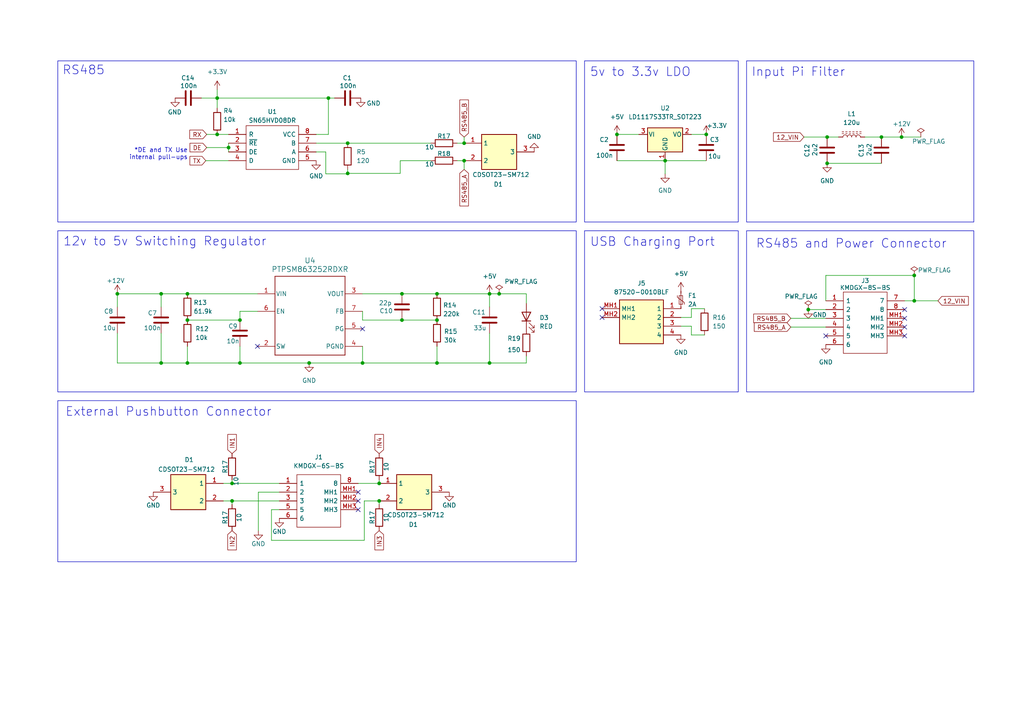
<source format=kicad_sch>
(kicad_sch (version 20230121) (generator eeschema)

  (uuid caaf3968-0fd1-470e-a3f3-a57b51dc3399)

  (paper "A4")

  (lib_symbols
    (symbol "87520-0010BLF:87520-0010BLF" (in_bom yes) (on_board yes)
      (property "Reference" "J" (at 19.05 7.62 0)
        (effects (font (size 1.27 1.27)) (justify left top))
      )
      (property "Value" "87520-0010BLF" (at 19.05 5.08 0)
        (effects (font (size 1.27 1.27)) (justify left top))
      )
      (property "Footprint" "875200010BLF" (at 19.05 -94.92 0)
        (effects (font (size 1.27 1.27)) (justify left top) hide)
      )
      (property "Datasheet" "https://cdn.amphenol-cs.com/media/wysiwyg/files/drawing/87520.pdf" (at 19.05 -194.92 0)
        (effects (font (size 1.27 1.27)) (justify left top) hide)
      )
      (property "Height" "8" (at 19.05 -394.92 0)
        (effects (font (size 1.27 1.27)) (justify left top) hide)
      )
      (property "Mouser Part Number" "" (at 19.05 -494.92 0)
        (effects (font (size 1.27 1.27)) (justify left top) hide)
      )
      (property "Mouser Price/Stock" "" (at 19.05 -594.92 0)
        (effects (font (size 1.27 1.27)) (justify left top) hide)
      )
      (property "Manufacturer_Name" "Amphenol Communications Solutions" (at 19.05 -694.92 0)
        (effects (font (size 1.27 1.27)) (justify left top) hide)
      )
      (property "Manufacturer_Part_Number" "87520-0010BLF" (at 19.05 -794.92 0)
        (effects (font (size 1.27 1.27)) (justify left top) hide)
      )
      (property "ki_description" "USB 2.0, Input Output Connector, USB Type A, Standard, Right Angle, Through Hole, Single Decks, 4 Positions" (at 0 0 0)
        (effects (font (size 1.27 1.27)) hide)
      )
      (symbol "87520-0010BLF_1_1"
        (rectangle (start 5.08 2.54) (end 17.78 -10.16)
          (stroke (width 0.254) (type default))
          (fill (type background))
        )
        (pin passive line (at 22.86 0 180) (length 5.08)
          (name "1" (effects (font (size 1.27 1.27))))
          (number "1" (effects (font (size 1.27 1.27))))
        )
        (pin passive line (at 22.86 -2.54 180) (length 5.08)
          (name "2" (effects (font (size 1.27 1.27))))
          (number "2" (effects (font (size 1.27 1.27))))
        )
        (pin passive line (at 22.86 -5.08 180) (length 5.08)
          (name "3" (effects (font (size 1.27 1.27))))
          (number "3" (effects (font (size 1.27 1.27))))
        )
        (pin passive line (at 22.86 -7.62 180) (length 5.08)
          (name "4" (effects (font (size 1.27 1.27))))
          (number "4" (effects (font (size 1.27 1.27))))
        )
        (pin passive line (at 0 0 0) (length 5.08)
          (name "MH1" (effects (font (size 1.27 1.27))))
          (number "MH1" (effects (font (size 1.27 1.27))))
        )
        (pin passive line (at 0 -2.54 0) (length 5.08)
          (name "MH2" (effects (font (size 1.27 1.27))))
          (number "MH2" (effects (font (size 1.27 1.27))))
        )
      )
    )
    (symbol "CDSOT23-SM712:CDSOT23-SM712" (in_bom yes) (on_board yes)
      (property "Reference" "D" (at 16.51 7.62 0)
        (effects (font (size 1.27 1.27)) (justify left top))
      )
      (property "Value" "CDSOT23-SM712" (at 16.51 5.08 0)
        (effects (font (size 1.27 1.27)) (justify left top))
      )
      (property "Footprint" "SOT95P230X117-3N" (at 16.51 -94.92 0)
        (effects (font (size 1.27 1.27)) (justify left top) hide)
      )
      (property "Datasheet" "" (at 16.51 -194.92 0)
        (effects (font (size 1.27 1.27)) (justify left top) hide)
      )
      (property "Height" "1.17" (at 16.51 -394.92 0)
        (effects (font (size 1.27 1.27)) (justify left top) hide)
      )
      (property "Mouser Part Number" "652-CDSOT23-SM712" (at 16.51 -494.92 0)
        (effects (font (size 1.27 1.27)) (justify left top) hide)
      )
      (property "Mouser Price/Stock" "https://www.mouser.co.uk/ProductDetail/Bourns/CDSOT23-SM712?qs=FuI%252BOVLl4%2FLTY%2FGQ265RLA%3D%3D" (at 16.51 -594.92 0)
        (effects (font (size 1.27 1.27)) (justify left top) hide)
      )
      (property "Manufacturer_Name" "Bourns" (at 16.51 -694.92 0)
        (effects (font (size 1.27 1.27)) (justify left top) hide)
      )
      (property "Manufacturer_Part_Number" "CDSOT23-SM712" (at 16.51 -794.92 0)
        (effects (font (size 1.27 1.27)) (justify left top) hide)
      )
      (property "ki_description" "TVS Diode Dual Bi-Dir 7/12V 30KV SOT23 Bourns CDSOT23-SM712 Dual Bi-Directional TVS Diode, 400W peak, 3-Pin SOT-23" (at 0 0 0)
        (effects (font (size 1.27 1.27)) hide)
      )
      (symbol "CDSOT23-SM712_1_1"
        (rectangle (start 5.08 2.54) (end 15.24 -7.62)
          (stroke (width 0.254) (type default))
          (fill (type background))
        )
        (pin passive line (at 0 0 0) (length 5.08)
          (name "1" (effects (font (size 1.27 1.27))))
          (number "1" (effects (font (size 1.27 1.27))))
        )
        (pin passive line (at 0 -5.08 0) (length 5.08)
          (name "2" (effects (font (size 1.27 1.27))))
          (number "2" (effects (font (size 1.27 1.27))))
        )
        (pin passive line (at 20.32 -2.54 180) (length 5.08)
          (name "3" (effects (font (size 1.27 1.27))))
          (number "3" (effects (font (size 1.27 1.27))))
        )
      )
    )
    (symbol "CDSOT23-SM712_1" (in_bom yes) (on_board yes)
      (property "Reference" "D4" (at 9.906 -11.938 0)
        (effects (font (size 1.27 1.27)))
      )
      (property "Value" "CDSOT23-SM712" (at 10.668 -9.144 0)
        (effects (font (size 1.27 1.27)))
      )
      (property "Footprint" "libs:SOT95P230X117-3N" (at 16.51 -94.92 0)
        (effects (font (size 1.27 1.27)) (justify left top) hide)
      )
      (property "Datasheet" "" (at 16.51 -194.92 0)
        (effects (font (size 1.27 1.27)) (justify left top) hide)
      )
      (property "Height" "1.17" (at 16.51 -394.92 0)
        (effects (font (size 1.27 1.27)) (justify left top) hide)
      )
      (property "Mouser Part Number" "652-CDSOT23-SM712" (at 16.51 -494.92 0)
        (effects (font (size 1.27 1.27)) (justify left top) hide)
      )
      (property "Mouser Price/Stock" "https://www.mouser.co.uk/ProductDetail/Bourns/CDSOT23-SM712?qs=FuI%252BOVLl4%2FLTY%2FGQ265RLA%3D%3D" (at 16.51 -594.92 0)
        (effects (font (size 1.27 1.27)) (justify left top) hide)
      )
      (property "Manufacturer_Name" "Bourns" (at 16.51 -694.92 0)
        (effects (font (size 1.27 1.27)) (justify left top) hide)
      )
      (property "Manufacturer_Part_Number" "CDSOT23-SM712" (at 16.51 -794.92 0)
        (effects (font (size 1.27 1.27)) (justify left top) hide)
      )
      (property "ki_description" "TVS Diode Dual Bi-Dir 7/12V 30KV SOT23 Bourns CDSOT23-SM712 Dual Bi-Directional TVS Diode, 400W peak, 3-Pin SOT-23" (at 0 0 0)
        (effects (font (size 1.27 1.27)) hide)
      )
      (symbol "CDSOT23-SM712_1_1_1"
        (rectangle (start 5.08 2.54) (end 15.24 -7.62)
          (stroke (width 0.254) (type default))
          (fill (type background))
        )
        (pin passive line (at 0 -5.08 0) (length 5.08)
          (name "1" (effects (font (size 1.27 1.27))))
          (number "1" (effects (font (size 1.27 1.27))))
        )
        (pin passive line (at 0 0 0) (length 5.08)
          (name "2" (effects (font (size 1.27 1.27))))
          (number "2" (effects (font (size 1.27 1.27))))
        )
        (pin passive line (at 20.32 -2.54 180) (length 5.08)
          (name "3" (effects (font (size 1.27 1.27))))
          (number "3" (effects (font (size 1.27 1.27))))
        )
      )
    )
    (symbol "Device:C" (pin_numbers hide) (pin_names (offset 0.254)) (in_bom yes) (on_board yes)
      (property "Reference" "C" (at 0.635 2.54 0)
        (effects (font (size 1.27 1.27)) (justify left))
      )
      (property "Value" "C" (at 0.635 -2.54 0)
        (effects (font (size 1.27 1.27)) (justify left))
      )
      (property "Footprint" "" (at 0.9652 -3.81 0)
        (effects (font (size 1.27 1.27)) hide)
      )
      (property "Datasheet" "~" (at 0 0 0)
        (effects (font (size 1.27 1.27)) hide)
      )
      (property "ki_keywords" "cap capacitor" (at 0 0 0)
        (effects (font (size 1.27 1.27)) hide)
      )
      (property "ki_description" "Unpolarized capacitor" (at 0 0 0)
        (effects (font (size 1.27 1.27)) hide)
      )
      (property "ki_fp_filters" "C_*" (at 0 0 0)
        (effects (font (size 1.27 1.27)) hide)
      )
      (symbol "C_0_1"
        (polyline
          (pts
            (xy -2.032 -0.762)
            (xy 2.032 -0.762)
          )
          (stroke (width 0.508) (type default))
          (fill (type none))
        )
        (polyline
          (pts
            (xy -2.032 0.762)
            (xy 2.032 0.762)
          )
          (stroke (width 0.508) (type default))
          (fill (type none))
        )
      )
      (symbol "C_1_1"
        (pin passive line (at 0 3.81 270) (length 2.794)
          (name "~" (effects (font (size 1.27 1.27))))
          (number "1" (effects (font (size 1.27 1.27))))
        )
        (pin passive line (at 0 -3.81 90) (length 2.794)
          (name "~" (effects (font (size 1.27 1.27))))
          (number "2" (effects (font (size 1.27 1.27))))
        )
      )
    )
    (symbol "Device:LED" (pin_numbers hide) (pin_names (offset 1.016) hide) (in_bom yes) (on_board yes)
      (property "Reference" "D" (at 0 2.54 0)
        (effects (font (size 1.27 1.27)))
      )
      (property "Value" "LED" (at 0 -2.54 0)
        (effects (font (size 1.27 1.27)))
      )
      (property "Footprint" "" (at 0 0 0)
        (effects (font (size 1.27 1.27)) hide)
      )
      (property "Datasheet" "~" (at 0 0 0)
        (effects (font (size 1.27 1.27)) hide)
      )
      (property "ki_keywords" "LED diode" (at 0 0 0)
        (effects (font (size 1.27 1.27)) hide)
      )
      (property "ki_description" "Light emitting diode" (at 0 0 0)
        (effects (font (size 1.27 1.27)) hide)
      )
      (property "ki_fp_filters" "LED* LED_SMD:* LED_THT:*" (at 0 0 0)
        (effects (font (size 1.27 1.27)) hide)
      )
      (symbol "LED_0_1"
        (polyline
          (pts
            (xy -1.27 -1.27)
            (xy -1.27 1.27)
          )
          (stroke (width 0.254) (type default))
          (fill (type none))
        )
        (polyline
          (pts
            (xy -1.27 0)
            (xy 1.27 0)
          )
          (stroke (width 0) (type default))
          (fill (type none))
        )
        (polyline
          (pts
            (xy 1.27 -1.27)
            (xy 1.27 1.27)
            (xy -1.27 0)
            (xy 1.27 -1.27)
          )
          (stroke (width 0.254) (type default))
          (fill (type none))
        )
        (polyline
          (pts
            (xy -3.048 -0.762)
            (xy -4.572 -2.286)
            (xy -3.81 -2.286)
            (xy -4.572 -2.286)
            (xy -4.572 -1.524)
          )
          (stroke (width 0) (type default))
          (fill (type none))
        )
        (polyline
          (pts
            (xy -1.778 -0.762)
            (xy -3.302 -2.286)
            (xy -2.54 -2.286)
            (xy -3.302 -2.286)
            (xy -3.302 -1.524)
          )
          (stroke (width 0) (type default))
          (fill (type none))
        )
      )
      (symbol "LED_1_1"
        (pin passive line (at -3.81 0 0) (length 2.54)
          (name "K" (effects (font (size 1.27 1.27))))
          (number "1" (effects (font (size 1.27 1.27))))
        )
        (pin passive line (at 3.81 0 180) (length 2.54)
          (name "A" (effects (font (size 1.27 1.27))))
          (number "2" (effects (font (size 1.27 1.27))))
        )
      )
    )
    (symbol "Device:L_Ferrite" (pin_numbers hide) (pin_names (offset 1.016) hide) (in_bom yes) (on_board yes)
      (property "Reference" "L" (at -1.27 0 90)
        (effects (font (size 1.27 1.27)))
      )
      (property "Value" "L_Ferrite" (at 2.794 0 90)
        (effects (font (size 1.27 1.27)))
      )
      (property "Footprint" "" (at 0 0 0)
        (effects (font (size 1.27 1.27)) hide)
      )
      (property "Datasheet" "~" (at 0 0 0)
        (effects (font (size 1.27 1.27)) hide)
      )
      (property "ki_keywords" "inductor choke coil reactor magnetic" (at 0 0 0)
        (effects (font (size 1.27 1.27)) hide)
      )
      (property "ki_description" "Inductor with ferrite core" (at 0 0 0)
        (effects (font (size 1.27 1.27)) hide)
      )
      (property "ki_fp_filters" "Choke_* *Coil* Inductor_* L_*" (at 0 0 0)
        (effects (font (size 1.27 1.27)) hide)
      )
      (symbol "L_Ferrite_0_1"
        (arc (start 0 -2.54) (mid 0.6323 -1.905) (end 0 -1.27)
          (stroke (width 0) (type default))
          (fill (type none))
        )
        (arc (start 0 -1.27) (mid 0.6323 -0.635) (end 0 0)
          (stroke (width 0) (type default))
          (fill (type none))
        )
        (polyline
          (pts
            (xy 1.016 -2.794)
            (xy 1.016 -2.286)
          )
          (stroke (width 0) (type default))
          (fill (type none))
        )
        (polyline
          (pts
            (xy 1.016 -1.778)
            (xy 1.016 -1.27)
          )
          (stroke (width 0) (type default))
          (fill (type none))
        )
        (polyline
          (pts
            (xy 1.016 -0.762)
            (xy 1.016 -0.254)
          )
          (stroke (width 0) (type default))
          (fill (type none))
        )
        (polyline
          (pts
            (xy 1.016 0.254)
            (xy 1.016 0.762)
          )
          (stroke (width 0) (type default))
          (fill (type none))
        )
        (polyline
          (pts
            (xy 1.016 1.27)
            (xy 1.016 1.778)
          )
          (stroke (width 0) (type default))
          (fill (type none))
        )
        (polyline
          (pts
            (xy 1.016 2.286)
            (xy 1.016 2.794)
          )
          (stroke (width 0) (type default))
          (fill (type none))
        )
        (polyline
          (pts
            (xy 1.524 -2.286)
            (xy 1.524 -2.794)
          )
          (stroke (width 0) (type default))
          (fill (type none))
        )
        (polyline
          (pts
            (xy 1.524 -1.27)
            (xy 1.524 -1.778)
          )
          (stroke (width 0) (type default))
          (fill (type none))
        )
        (polyline
          (pts
            (xy 1.524 -0.254)
            (xy 1.524 -0.762)
          )
          (stroke (width 0) (type default))
          (fill (type none))
        )
        (polyline
          (pts
            (xy 1.524 0.762)
            (xy 1.524 0.254)
          )
          (stroke (width 0) (type default))
          (fill (type none))
        )
        (polyline
          (pts
            (xy 1.524 1.778)
            (xy 1.524 1.27)
          )
          (stroke (width 0) (type default))
          (fill (type none))
        )
        (polyline
          (pts
            (xy 1.524 2.794)
            (xy 1.524 2.286)
          )
          (stroke (width 0) (type default))
          (fill (type none))
        )
        (arc (start 0 0) (mid 0.6323 0.635) (end 0 1.27)
          (stroke (width 0) (type default))
          (fill (type none))
        )
        (arc (start 0 1.27) (mid 0.6323 1.905) (end 0 2.54)
          (stroke (width 0) (type default))
          (fill (type none))
        )
      )
      (symbol "L_Ferrite_1_1"
        (pin passive line (at 0 3.81 270) (length 1.27)
          (name "1" (effects (font (size 1.27 1.27))))
          (number "1" (effects (font (size 1.27 1.27))))
        )
        (pin passive line (at 0 -3.81 90) (length 1.27)
          (name "2" (effects (font (size 1.27 1.27))))
          (number "2" (effects (font (size 1.27 1.27))))
        )
      )
    )
    (symbol "Device:Polyfuse_Small" (pin_numbers hide) (pin_names (offset 0)) (in_bom yes) (on_board yes)
      (property "Reference" "F" (at -1.905 0 90)
        (effects (font (size 1.27 1.27)))
      )
      (property "Value" "Polyfuse_Small" (at 1.905 0 90)
        (effects (font (size 1.27 1.27)))
      )
      (property "Footprint" "" (at 1.27 -5.08 0)
        (effects (font (size 1.27 1.27)) (justify left) hide)
      )
      (property "Datasheet" "~" (at 0 0 0)
        (effects (font (size 1.27 1.27)) hide)
      )
      (property "ki_keywords" "resettable fuse PTC PPTC polyfuse polyswitch" (at 0 0 0)
        (effects (font (size 1.27 1.27)) hide)
      )
      (property "ki_description" "Resettable fuse, polymeric positive temperature coefficient, small symbol" (at 0 0 0)
        (effects (font (size 1.27 1.27)) hide)
      )
      (property "ki_fp_filters" "*polyfuse* *PTC*" (at 0 0 0)
        (effects (font (size 1.27 1.27)) hide)
      )
      (symbol "Polyfuse_Small_0_1"
        (rectangle (start -0.508 1.27) (end 0.508 -1.27)
          (stroke (width 0) (type default))
          (fill (type none))
        )
        (polyline
          (pts
            (xy 0 2.54)
            (xy 0 -2.54)
          )
          (stroke (width 0) (type default))
          (fill (type none))
        )
        (polyline
          (pts
            (xy -1.016 1.27)
            (xy -1.016 0.762)
            (xy 1.016 -0.762)
            (xy 1.016 -1.27)
          )
          (stroke (width 0) (type default))
          (fill (type none))
        )
      )
      (symbol "Polyfuse_Small_1_1"
        (pin passive line (at 0 2.54 270) (length 0.635)
          (name "~" (effects (font (size 1.27 1.27))))
          (number "1" (effects (font (size 1.27 1.27))))
        )
        (pin passive line (at 0 -2.54 90) (length 0.635)
          (name "~" (effects (font (size 1.27 1.27))))
          (number "2" (effects (font (size 1.27 1.27))))
        )
      )
    )
    (symbol "Device:R" (pin_numbers hide) (pin_names (offset 0)) (in_bom yes) (on_board yes)
      (property "Reference" "R" (at 2.032 0 90)
        (effects (font (size 1.27 1.27)))
      )
      (property "Value" "R" (at 0 0 90)
        (effects (font (size 1.27 1.27)))
      )
      (property "Footprint" "" (at -1.778 0 90)
        (effects (font (size 1.27 1.27)) hide)
      )
      (property "Datasheet" "~" (at 0 0 0)
        (effects (font (size 1.27 1.27)) hide)
      )
      (property "ki_keywords" "R res resistor" (at 0 0 0)
        (effects (font (size 1.27 1.27)) hide)
      )
      (property "ki_description" "Resistor" (at 0 0 0)
        (effects (font (size 1.27 1.27)) hide)
      )
      (property "ki_fp_filters" "R_*" (at 0 0 0)
        (effects (font (size 1.27 1.27)) hide)
      )
      (symbol "R_0_1"
        (rectangle (start -1.016 -2.54) (end 1.016 2.54)
          (stroke (width 0.254) (type default))
          (fill (type none))
        )
      )
      (symbol "R_1_1"
        (pin passive line (at 0 3.81 270) (length 1.27)
          (name "~" (effects (font (size 1.27 1.27))))
          (number "1" (effects (font (size 1.27 1.27))))
        )
        (pin passive line (at 0 -3.81 90) (length 1.27)
          (name "~" (effects (font (size 1.27 1.27))))
          (number "2" (effects (font (size 1.27 1.27))))
        )
      )
    )
    (symbol "KMDGX-6S-BS:KMDGX-6S-BS" (pin_names (offset 0.762)) (in_bom yes) (on_board yes)
      (property "Reference" "J" (at 19.05 7.62 0)
        (effects (font (size 1.27 1.27)) (justify left))
      )
      (property "Value" "KMDGX-6S-BS" (at 19.05 5.08 0)
        (effects (font (size 1.27 1.27)) (justify left))
      )
      (property "Footprint" "KMDGX6SBS" (at 19.05 2.54 0)
        (effects (font (size 1.27 1.27)) (justify left) hide)
      )
      (property "Datasheet" "https://datasheet.datasheetarchive.com/originals/distributors/Datasheets_SAMA/6ef7dd0114fbe54ec5765e7dadc75a47.pdf" (at 19.05 0 0)
        (effects (font (size 1.27 1.27)) (justify left) hide)
      )
      (property "Description" "Circular DIN Connectors 6P R/A FULL SHIELD GOLD PLANTED" (at 19.05 -2.54 0)
        (effects (font (size 1.27 1.27)) (justify left) hide)
      )
      (property "Height" "13" (at 19.05 -5.08 0)
        (effects (font (size 1.27 1.27)) (justify left) hide)
      )
      (property "Mouser Part Number" "806-KMDGX-6S-BS" (at 19.05 -7.62 0)
        (effects (font (size 1.27 1.27)) (justify left) hide)
      )
      (property "Mouser Price/Stock" "https://www.mouser.co.uk/ProductDetail/Kycon/KMDGX-6S-BS?qs=gomZSfZNELc%252BcxHiGAVThw%3D%3D" (at 19.05 -10.16 0)
        (effects (font (size 1.27 1.27)) (justify left) hide)
      )
      (property "Manufacturer_Name" "Kycon" (at 19.05 -12.7 0)
        (effects (font (size 1.27 1.27)) (justify left) hide)
      )
      (property "Manufacturer_Part_Number" "KMDGX-6S-BS" (at 19.05 -15.24 0)
        (effects (font (size 1.27 1.27)) (justify left) hide)
      )
      (property "ki_description" "Circular DIN Connectors 6P R/A FULL SHIELD GOLD PLANTED" (at 0 0 0)
        (effects (font (size 1.27 1.27)) hide)
      )
      (symbol "KMDGX-6S-BS_0_0"
        (pin passive line (at 0 0 0) (length 5.08)
          (name "1" (effects (font (size 1.27 1.27))))
          (number "1" (effects (font (size 1.27 1.27))))
        )
        (pin passive line (at 0 -2.54 0) (length 5.08)
          (name "2" (effects (font (size 1.27 1.27))))
          (number "2" (effects (font (size 1.27 1.27))))
        )
        (pin passive line (at 0 -5.08 0) (length 5.08)
          (name "3" (effects (font (size 1.27 1.27))))
          (number "3" (effects (font (size 1.27 1.27))))
        )
        (pin passive line (at 0 -7.62 0) (length 5.08)
          (name "5" (effects (font (size 1.27 1.27))))
          (number "5" (effects (font (size 1.27 1.27))))
        )
        (pin passive line (at 0 -10.16 0) (length 5.08)
          (name "6" (effects (font (size 1.27 1.27))))
          (number "6" (effects (font (size 1.27 1.27))))
        )
        (pin passive line (at 22.86 0 180) (length 5.08)
          (name "8" (effects (font (size 1.27 1.27))))
          (number "8" (effects (font (size 1.27 1.27))))
        )
        (pin passive line (at 22.86 -2.54 180) (length 5.08)
          (name "MH1" (effects (font (size 1.27 1.27))))
          (number "MH1" (effects (font (size 1.27 1.27))))
        )
        (pin passive line (at 22.86 -5.08 180) (length 5.08)
          (name "MH2" (effects (font (size 1.27 1.27))))
          (number "MH2" (effects (font (size 1.27 1.27))))
        )
        (pin passive line (at 22.86 -7.62 180) (length 5.08)
          (name "MH3" (effects (font (size 1.27 1.27))))
          (number "MH3" (effects (font (size 1.27 1.27))))
        )
      )
      (symbol "KMDGX-6S-BS_0_1"
        (polyline
          (pts
            (xy 5.08 2.54)
            (xy 17.78 2.54)
            (xy 17.78 -12.7)
            (xy 5.08 -12.7)
            (xy 5.08 2.54)
          )
          (stroke (width 0.1524) (type default))
          (fill (type none))
        )
      )
    )
    (symbol "KMDGX-8S-BS:KMDGX-8S-BS" (pin_names (offset 0.762)) (in_bom yes) (on_board yes)
      (property "Reference" "J" (at 19.05 7.62 0)
        (effects (font (size 1.27 1.27)) (justify left))
      )
      (property "Value" "KMDGX-8S-BS" (at 19.05 5.08 0)
        (effects (font (size 1.27 1.27)) (justify left))
      )
      (property "Footprint" "KMDGX8SBS" (at 19.05 2.54 0)
        (effects (font (size 1.27 1.27)) (justify left) hide)
      )
      (property "Datasheet" "https://componentsearchengine.com/Datasheets/1/KMDGX-8S-BS.pdf" (at 19.05 0 0)
        (effects (font (size 1.27 1.27)) (justify left) hide)
      )
      (property "Description" "Circular DIN Connectors 8P R/A FULL SHIELD GOLD PLATED" (at 19.05 -2.54 0)
        (effects (font (size 1.27 1.27)) (justify left) hide)
      )
      (property "Height" "13.3" (at 19.05 -5.08 0)
        (effects (font (size 1.27 1.27)) (justify left) hide)
      )
      (property "Mouser Part Number" "806-KMDGX-8S-BS" (at 19.05 -7.62 0)
        (effects (font (size 1.27 1.27)) (justify left) hide)
      )
      (property "Mouser Price/Stock" "https://www.mouser.co.uk/ProductDetail/Kycon/KMDGX-8S-BS?qs=cuz0Kzc%2FkGBSI5WmI9vUiw%3D%3D" (at 19.05 -10.16 0)
        (effects (font (size 1.27 1.27)) (justify left) hide)
      )
      (property "Manufacturer_Name" "Kycon" (at 19.05 -12.7 0)
        (effects (font (size 1.27 1.27)) (justify left) hide)
      )
      (property "Manufacturer_Part_Number" "KMDGX-8S-BS" (at 19.05 -15.24 0)
        (effects (font (size 1.27 1.27)) (justify left) hide)
      )
      (property "ki_description" "Circular DIN Connectors 8P R/A FULL SHIELD GOLD PLATED" (at 0 0 0)
        (effects (font (size 1.27 1.27)) hide)
      )
      (symbol "KMDGX-8S-BS_0_0"
        (pin passive line (at 0 0 0) (length 5.08)
          (name "1" (effects (font (size 1.27 1.27))))
          (number "1" (effects (font (size 1.27 1.27))))
        )
        (pin passive line (at 0 -2.54 0) (length 5.08)
          (name "2" (effects (font (size 1.27 1.27))))
          (number "2" (effects (font (size 1.27 1.27))))
        )
        (pin passive line (at 0 -5.08 0) (length 5.08)
          (name "3" (effects (font (size 1.27 1.27))))
          (number "3" (effects (font (size 1.27 1.27))))
        )
        (pin passive line (at 0 -7.62 0) (length 5.08)
          (name "4" (effects (font (size 1.27 1.27))))
          (number "4" (effects (font (size 1.27 1.27))))
        )
        (pin passive line (at 0 -10.16 0) (length 5.08)
          (name "5" (effects (font (size 1.27 1.27))))
          (number "5" (effects (font (size 1.27 1.27))))
        )
        (pin passive line (at 0 -12.7 0) (length 5.08)
          (name "6" (effects (font (size 1.27 1.27))))
          (number "6" (effects (font (size 1.27 1.27))))
        )
        (pin passive line (at 22.86 0 180) (length 5.08)
          (name "7" (effects (font (size 1.27 1.27))))
          (number "7" (effects (font (size 1.27 1.27))))
        )
        (pin passive line (at 22.86 -2.54 180) (length 5.08)
          (name "8" (effects (font (size 1.27 1.27))))
          (number "8" (effects (font (size 1.27 1.27))))
        )
        (pin passive line (at 22.86 -5.08 180) (length 5.08)
          (name "MH1" (effects (font (size 1.27 1.27))))
          (number "MH1" (effects (font (size 1.27 1.27))))
        )
        (pin passive line (at 22.86 -7.62 180) (length 5.08)
          (name "MH2" (effects (font (size 1.27 1.27))))
          (number "MH2" (effects (font (size 1.27 1.27))))
        )
        (pin passive line (at 22.86 -10.16 180) (length 5.08)
          (name "MH3" (effects (font (size 1.27 1.27))))
          (number "MH3" (effects (font (size 1.27 1.27))))
        )
      )
      (symbol "KMDGX-8S-BS_0_1"
        (polyline
          (pts
            (xy 5.08 2.54)
            (xy 17.78 2.54)
            (xy 17.78 -15.24)
            (xy 5.08 -15.24)
            (xy 5.08 2.54)
          )
          (stroke (width 0.1524) (type default))
          (fill (type none))
        )
      )
    )
    (symbol "Regulator_Linear:LD1117S33TR_SOT223" (pin_names (offset 0.254)) (in_bom yes) (on_board yes)
      (property "Reference" "U" (at -3.81 3.175 0)
        (effects (font (size 1.27 1.27)))
      )
      (property "Value" "LD1117S33TR_SOT223" (at 0 3.175 0)
        (effects (font (size 1.27 1.27)) (justify left))
      )
      (property "Footprint" "Package_TO_SOT_SMD:SOT-223-3_TabPin2" (at 0 5.08 0)
        (effects (font (size 1.27 1.27)) hide)
      )
      (property "Datasheet" "http://www.st.com/st-web-ui/static/active/en/resource/technical/document/datasheet/CD00000544.pdf" (at 2.54 -6.35 0)
        (effects (font (size 1.27 1.27)) hide)
      )
      (property "ki_keywords" "REGULATOR LDO 3.3V" (at 0 0 0)
        (effects (font (size 1.27 1.27)) hide)
      )
      (property "ki_description" "800mA Fixed Low Drop Positive Voltage Regulator, Fixed Output 3.3V, SOT-223" (at 0 0 0)
        (effects (font (size 1.27 1.27)) hide)
      )
      (property "ki_fp_filters" "SOT?223*TabPin2*" (at 0 0 0)
        (effects (font (size 1.27 1.27)) hide)
      )
      (symbol "LD1117S33TR_SOT223_0_1"
        (rectangle (start -5.08 -5.08) (end 5.08 1.905)
          (stroke (width 0.254) (type default))
          (fill (type background))
        )
      )
      (symbol "LD1117S33TR_SOT223_1_1"
        (pin power_in line (at 0 -7.62 90) (length 2.54)
          (name "GND" (effects (font (size 1.27 1.27))))
          (number "1" (effects (font (size 1.27 1.27))))
        )
        (pin power_out line (at 7.62 0 180) (length 2.54)
          (name "VO" (effects (font (size 1.27 1.27))))
          (number "2" (effects (font (size 1.27 1.27))))
        )
        (pin power_in line (at -7.62 0 0) (length 2.54)
          (name "VI" (effects (font (size 1.27 1.27))))
          (number "3" (effects (font (size 1.27 1.27))))
        )
      )
    )
    (symbol "SN65HVD08DR:SN65HVD08DR" (pin_names (offset 0.762)) (in_bom yes) (on_board yes)
      (property "Reference" "IC" (at 21.59 7.62 0)
        (effects (font (size 1.27 1.27)) (justify left))
      )
      (property "Value" "SN65HVD08DR" (at 21.59 5.08 0)
        (effects (font (size 1.27 1.27)) (justify left))
      )
      (property "Footprint" "SOIC127P600X175-8N" (at 21.59 2.54 0)
        (effects (font (size 1.27 1.27)) (justify left) hide)
      )
      (property "Datasheet" "https://www.ti.com/lit/ds/symlink/sn65hvd08.pdf?ts=1622791758515&ref_url=https%253A%252F%252Fwww.ti.com%252Fstore%252Fti%252Fen%252Fp%252Fproduct%252F%253Fp%253DSN65HVD08DR" (at 21.59 0 0)
        (effects (font (size 1.27 1.27)) (justify left) hide)
      )
      (property "Description" "TEXAS INSTRUMENTS - SN65HVD08DR - Transceiver, RS485, 1 Driver, 3 V to 5.5 V Supply, SOIC-8" (at 21.59 -2.54 0)
        (effects (font (size 1.27 1.27)) (justify left) hide)
      )
      (property "Height" "1.75" (at 21.59 -5.08 0)
        (effects (font (size 1.27 1.27)) (justify left) hide)
      )
      (property "Mouser Part Number" "595-SN65HVD08DR" (at 21.59 -7.62 0)
        (effects (font (size 1.27 1.27)) (justify left) hide)
      )
      (property "Mouser Price/Stock" "https://www.mouser.co.uk/ProductDetail/Texas-Instruments/SN65HVD08DR?qs=QViXGNcIEAtwhwZ8YvgaIA%3D%3D" (at 21.59 -10.16 0)
        (effects (font (size 1.27 1.27)) (justify left) hide)
      )
      (property "Manufacturer_Name" "Texas Instruments" (at 21.59 -12.7 0)
        (effects (font (size 1.27 1.27)) (justify left) hide)
      )
      (property "Manufacturer_Part_Number" "SN65HVD08DR" (at 21.59 -15.24 0)
        (effects (font (size 1.27 1.27)) (justify left) hide)
      )
      (property "ki_description" "TEXAS INSTRUMENTS - SN65HVD08DR - Transceiver, RS485, 1 Driver, 3 V to 5.5 V Supply, SOIC-8" (at 0 0 0)
        (effects (font (size 1.27 1.27)) hide)
      )
      (symbol "SN65HVD08DR_0_0"
        (pin passive line (at 0 0 0) (length 5.08)
          (name "R" (effects (font (size 1.27 1.27))))
          (number "1" (effects (font (size 1.27 1.27))))
        )
        (pin passive line (at 0 -2.54 0) (length 5.08)
          (name "~{RE}" (effects (font (size 1.27 1.27))))
          (number "2" (effects (font (size 1.27 1.27))))
        )
        (pin passive line (at 0 -5.08 0) (length 5.08)
          (name "DE" (effects (font (size 1.27 1.27))))
          (number "3" (effects (font (size 1.27 1.27))))
        )
        (pin passive line (at 0 -7.62 0) (length 5.08)
          (name "D" (effects (font (size 1.27 1.27))))
          (number "4" (effects (font (size 1.27 1.27))))
        )
        (pin passive line (at 25.4 -7.62 180) (length 5.08)
          (name "GND" (effects (font (size 1.27 1.27))))
          (number "5" (effects (font (size 1.27 1.27))))
        )
        (pin passive line (at 25.4 -5.08 180) (length 5.08)
          (name "A" (effects (font (size 1.27 1.27))))
          (number "6" (effects (font (size 1.27 1.27))))
        )
        (pin passive line (at 25.4 -2.54 180) (length 5.08)
          (name "B" (effects (font (size 1.27 1.27))))
          (number "7" (effects (font (size 1.27 1.27))))
        )
        (pin passive line (at 25.4 0 180) (length 5.08)
          (name "VCC" (effects (font (size 1.27 1.27))))
          (number "8" (effects (font (size 1.27 1.27))))
        )
      )
      (symbol "SN65HVD08DR_0_1"
        (polyline
          (pts
            (xy 5.08 2.54)
            (xy 20.32 2.54)
            (xy 20.32 -10.16)
            (xy 5.08 -10.16)
            (xy 5.08 2.54)
          )
          (stroke (width 0.1524) (type default))
          (fill (type none))
        )
      )
    )
    (symbol "TPSM863252RDX:PTPSM863252RDXR" (pin_names (offset 0.254)) (in_bom yes) (on_board yes)
      (property "Reference" "U" (at 0 2.54 0)
        (effects (font (size 1.524 1.524)))
      )
      (property "Value" "PTPSM863252RDXR" (at 0 0 0)
        (effects (font (size 1.524 1.524)))
      )
      (property "Footprint" "RDX0007A-MFG" (at 0 0 0)
        (effects (font (size 1.27 1.27) italic) hide)
      )
      (property "Datasheet" "PTPSM863252RDXR" (at 0 0 0)
        (effects (font (size 1.27 1.27) italic) hide)
      )
      (property "ki_locked" "" (at 0 0 0)
        (effects (font (size 1.27 1.27)))
      )
      (property "ki_keywords" "PTPSM863252RDXR" (at 0 0 0)
        (effects (font (size 1.27 1.27)) hide)
      )
      (property "ki_fp_filters" "RDX0007A-MFG" (at 0 0 0)
        (effects (font (size 1.27 1.27)) hide)
      )
      (symbol "PTPSM863252RDXR_0_1"
        (polyline
          (pts
            (xy 5.08 -17.78)
            (xy 25.4 -17.78)
          )
          (stroke (width 0.2032) (type default))
          (fill (type none))
        )
        (polyline
          (pts
            (xy 5.08 5.08)
            (xy 5.08 -17.78)
          )
          (stroke (width 0.2032) (type default))
          (fill (type none))
        )
        (polyline
          (pts
            (xy 25.4 -17.78)
            (xy 25.4 5.08)
          )
          (stroke (width 0.2032) (type default))
          (fill (type none))
        )
        (polyline
          (pts
            (xy 25.4 5.08)
            (xy 5.08 5.08)
          )
          (stroke (width 0.2032) (type default))
          (fill (type none))
        )
        (pin power_in line (at 0 0 0) (length 5.08)
          (name "VIN" (effects (font (size 1.27 1.27))))
          (number "1" (effects (font (size 1.27 1.27))))
        )
        (pin unspecified line (at 0 -15.24 0) (length 5.08)
          (name "SW" (effects (font (size 1.27 1.27))))
          (number "2" (effects (font (size 1.27 1.27))))
        )
        (pin power_in line (at 30.48 0 180) (length 5.08)
          (name "VOUT" (effects (font (size 1.27 1.27))))
          (number "3" (effects (font (size 1.27 1.27))))
        )
        (pin power_in line (at 30.48 -15.24 180) (length 5.08)
          (name "PGND" (effects (font (size 1.27 1.27))))
          (number "4" (effects (font (size 1.27 1.27))))
        )
        (pin open_collector line (at 30.48 -10.16 180) (length 5.08)
          (name "PG" (effects (font (size 1.27 1.27))))
          (number "5" (effects (font (size 1.27 1.27))))
        )
        (pin input line (at 0 -5.08 0) (length 5.08)
          (name "EN" (effects (font (size 1.27 1.27))))
          (number "6" (effects (font (size 1.27 1.27))))
        )
        (pin unspecified line (at 30.48 -5.08 180) (length 5.08)
          (name "FB" (effects (font (size 1.27 1.27))))
          (number "7" (effects (font (size 1.27 1.27))))
        )
      )
    )
    (symbol "power:+12V" (power) (pin_names (offset 0)) (in_bom yes) (on_board yes)
      (property "Reference" "#PWR" (at 0 -3.81 0)
        (effects (font (size 1.27 1.27)) hide)
      )
      (property "Value" "+12V" (at 0 3.556 0)
        (effects (font (size 1.27 1.27)))
      )
      (property "Footprint" "" (at 0 0 0)
        (effects (font (size 1.27 1.27)) hide)
      )
      (property "Datasheet" "" (at 0 0 0)
        (effects (font (size 1.27 1.27)) hide)
      )
      (property "ki_keywords" "power-flag" (at 0 0 0)
        (effects (font (size 1.27 1.27)) hide)
      )
      (property "ki_description" "Power symbol creates a global label with name \"+12V\"" (at 0 0 0)
        (effects (font (size 1.27 1.27)) hide)
      )
      (symbol "+12V_0_1"
        (polyline
          (pts
            (xy -0.762 1.27)
            (xy 0 2.54)
          )
          (stroke (width 0) (type default))
          (fill (type none))
        )
        (polyline
          (pts
            (xy 0 0)
            (xy 0 2.54)
          )
          (stroke (width 0) (type default))
          (fill (type none))
        )
        (polyline
          (pts
            (xy 0 2.54)
            (xy 0.762 1.27)
          )
          (stroke (width 0) (type default))
          (fill (type none))
        )
      )
      (symbol "+12V_1_1"
        (pin power_in line (at 0 0 90) (length 0) hide
          (name "+12V" (effects (font (size 1.27 1.27))))
          (number "1" (effects (font (size 1.27 1.27))))
        )
      )
    )
    (symbol "power:+3.3V" (power) (pin_names (offset 0)) (in_bom yes) (on_board yes)
      (property "Reference" "#PWR" (at 0 -3.81 0)
        (effects (font (size 1.27 1.27)) hide)
      )
      (property "Value" "+3.3V" (at 0 3.556 0)
        (effects (font (size 1.27 1.27)))
      )
      (property "Footprint" "" (at 0 0 0)
        (effects (font (size 1.27 1.27)) hide)
      )
      (property "Datasheet" "" (at 0 0 0)
        (effects (font (size 1.27 1.27)) hide)
      )
      (property "ki_keywords" "power-flag" (at 0 0 0)
        (effects (font (size 1.27 1.27)) hide)
      )
      (property "ki_description" "Power symbol creates a global label with name \"+3.3V\"" (at 0 0 0)
        (effects (font (size 1.27 1.27)) hide)
      )
      (symbol "+3.3V_0_1"
        (polyline
          (pts
            (xy -0.762 1.27)
            (xy 0 2.54)
          )
          (stroke (width 0) (type default))
          (fill (type none))
        )
        (polyline
          (pts
            (xy 0 0)
            (xy 0 2.54)
          )
          (stroke (width 0) (type default))
          (fill (type none))
        )
        (polyline
          (pts
            (xy 0 2.54)
            (xy 0.762 1.27)
          )
          (stroke (width 0) (type default))
          (fill (type none))
        )
      )
      (symbol "+3.3V_1_1"
        (pin power_in line (at 0 0 90) (length 0) hide
          (name "+3.3V" (effects (font (size 1.27 1.27))))
          (number "1" (effects (font (size 1.27 1.27))))
        )
      )
    )
    (symbol "power:+5V" (power) (pin_names (offset 0)) (in_bom yes) (on_board yes)
      (property "Reference" "#PWR" (at 0 -3.81 0)
        (effects (font (size 1.27 1.27)) hide)
      )
      (property "Value" "+5V" (at 0 3.556 0)
        (effects (font (size 1.27 1.27)))
      )
      (property "Footprint" "" (at 0 0 0)
        (effects (font (size 1.27 1.27)) hide)
      )
      (property "Datasheet" "" (at 0 0 0)
        (effects (font (size 1.27 1.27)) hide)
      )
      (property "ki_keywords" "global power" (at 0 0 0)
        (effects (font (size 1.27 1.27)) hide)
      )
      (property "ki_description" "Power symbol creates a global label with name \"+5V\"" (at 0 0 0)
        (effects (font (size 1.27 1.27)) hide)
      )
      (symbol "+5V_0_1"
        (polyline
          (pts
            (xy -0.762 1.27)
            (xy 0 2.54)
          )
          (stroke (width 0) (type default))
          (fill (type none))
        )
        (polyline
          (pts
            (xy 0 0)
            (xy 0 2.54)
          )
          (stroke (width 0) (type default))
          (fill (type none))
        )
        (polyline
          (pts
            (xy 0 2.54)
            (xy 0.762 1.27)
          )
          (stroke (width 0) (type default))
          (fill (type none))
        )
      )
      (symbol "+5V_1_1"
        (pin power_in line (at 0 0 90) (length 0) hide
          (name "+5V" (effects (font (size 1.27 1.27))))
          (number "1" (effects (font (size 1.27 1.27))))
        )
      )
    )
    (symbol "power:GND" (power) (pin_names (offset 0)) (in_bom yes) (on_board yes)
      (property "Reference" "#PWR" (at 0 -6.35 0)
        (effects (font (size 1.27 1.27)) hide)
      )
      (property "Value" "GND" (at 0 -3.81 0)
        (effects (font (size 1.27 1.27)))
      )
      (property "Footprint" "" (at 0 0 0)
        (effects (font (size 1.27 1.27)) hide)
      )
      (property "Datasheet" "" (at 0 0 0)
        (effects (font (size 1.27 1.27)) hide)
      )
      (property "ki_keywords" "power-flag" (at 0 0 0)
        (effects (font (size 1.27 1.27)) hide)
      )
      (property "ki_description" "Power symbol creates a global label with name \"GND\" , ground" (at 0 0 0)
        (effects (font (size 1.27 1.27)) hide)
      )
      (symbol "GND_0_1"
        (polyline
          (pts
            (xy 0 0)
            (xy 0 -1.27)
            (xy 1.27 -1.27)
            (xy 0 -2.54)
            (xy -1.27 -1.27)
            (xy 0 -1.27)
          )
          (stroke (width 0) (type default))
          (fill (type none))
        )
      )
      (symbol "GND_1_1"
        (pin power_in line (at 0 0 270) (length 0) hide
          (name "GND" (effects (font (size 1.27 1.27))))
          (number "1" (effects (font (size 1.27 1.27))))
        )
      )
    )
    (symbol "power:PWR_FLAG" (power) (pin_numbers hide) (pin_names (offset 0) hide) (in_bom yes) (on_board yes)
      (property "Reference" "#FLG" (at 0 1.905 0)
        (effects (font (size 1.27 1.27)) hide)
      )
      (property "Value" "PWR_FLAG" (at 0 3.81 0)
        (effects (font (size 1.27 1.27)))
      )
      (property "Footprint" "" (at 0 0 0)
        (effects (font (size 1.27 1.27)) hide)
      )
      (property "Datasheet" "~" (at 0 0 0)
        (effects (font (size 1.27 1.27)) hide)
      )
      (property "ki_keywords" "power-flag" (at 0 0 0)
        (effects (font (size 1.27 1.27)) hide)
      )
      (property "ki_description" "Special symbol for telling ERC where power comes from" (at 0 0 0)
        (effects (font (size 1.27 1.27)) hide)
      )
      (symbol "PWR_FLAG_0_0"
        (pin power_out line (at 0 0 90) (length 0)
          (name "pwr" (effects (font (size 1.27 1.27))))
          (number "1" (effects (font (size 1.27 1.27))))
        )
      )
      (symbol "PWR_FLAG_0_1"
        (polyline
          (pts
            (xy 0 0)
            (xy 0 1.27)
            (xy -1.016 1.905)
            (xy 0 2.54)
            (xy 1.016 1.905)
            (xy 0 1.27)
          )
          (stroke (width 0) (type default))
          (fill (type none))
        )
      )
    )
  )

  (junction (at 100.838 50.292) (diameter 0) (color 0 0 0 0)
    (uuid 008ced6e-8614-467e-a930-c7f0838c1574)
  )
  (junction (at 67.31 140.208) (diameter 0) (color 0 0 0 0)
    (uuid 027e3091-2d4f-49ef-af66-93e7ef8fadc1)
  )
  (junction (at 46.736 85.217) (diameter 0) (color 0 0 0 0)
    (uuid 06471928-e6fc-42cc-94d9-ec365246bd5c)
  )
  (junction (at 69.596 92.837) (diameter 0) (color 0 0 0 0)
    (uuid 183909cb-e563-4929-b4b0-c898dce7bec2)
  )
  (junction (at 265.176 87.249) (diameter 0) (color 0 0 0 0)
    (uuid 1894570a-fa72-48b2-8359-77e4388a3a71)
  )
  (junction (at 109.982 140.208) (diameter 0) (color 0 0 0 0)
    (uuid 1c5f3cc7-124d-4742-9e62-825b1a849a5c)
  )
  (junction (at 134.62 41.529) (diameter 0) (color 0 0 0 0)
    (uuid 2c1fd80e-f15b-41f3-8789-1546b1bb56b8)
  )
  (junction (at 54.356 105.283) (diameter 0) (color 0 0 0 0)
    (uuid 3f3f972e-7c43-42c5-abec-8d78cb5b3bf4)
  )
  (junction (at 141.986 105.283) (diameter 0) (color 0 0 0 0)
    (uuid 44a01877-58fe-416d-aa1f-b17a13b89a78)
  )
  (junction (at 126.746 85.217) (diameter 0) (color 0 0 0 0)
    (uuid 458d009a-136b-4613-9662-648578d19142)
  )
  (junction (at 261.493 39.751) (diameter 0) (color 0 0 0 0)
    (uuid 482cdfa8-498e-440a-b8a0-a19d31099369)
  )
  (junction (at 144.78 85.217) (diameter 0) (color 0 0 0 0)
    (uuid 49ed53b7-a4e0-4c30-aa9a-deed06a04bca)
  )
  (junction (at 239.903 39.751) (diameter 0) (color 0 0 0 0)
    (uuid 4c5cb379-e9db-4d97-ab25-c811de357de4)
  )
  (junction (at 178.943 38.989) (diameter 0) (color 0 0 0 0)
    (uuid 4c64ad39-4e0f-4f8b-9b29-f435aaec23fd)
  )
  (junction (at 46.736 105.283) (diameter 0) (color 0 0 0 0)
    (uuid 4e5cb79f-fa2d-4c1e-99d6-1d91d1cc2881)
  )
  (junction (at 239.903 47.371) (diameter 0) (color 0 0 0 0)
    (uuid 5584acff-f726-4e39-9d00-bc57f38e2897)
  )
  (junction (at 89.662 105.283) (diameter 0) (color 0 0 0 0)
    (uuid 5baa4526-3ba8-4c4d-ac4c-91e208b9f1ee)
  )
  (junction (at 69.596 105.283) (diameter 0) (color 0 0 0 0)
    (uuid 6c2e5d49-7f1b-4af0-8a9b-8616d8a75c6a)
  )
  (junction (at 126.746 105.283) (diameter 0) (color 0 0 0 0)
    (uuid 733b5383-ee3c-42fe-9b55-4c2ac9b6c7e6)
  )
  (junction (at 192.913 46.609) (diameter 0) (color 0 0 0 0)
    (uuid 7856099d-8ee3-48c8-8789-e2bf445eaf13)
  )
  (junction (at 67.31 145.288) (diameter 0) (color 0 0 0 0)
    (uuid 7e7a1b14-44e4-4a19-9bbe-b06b4dffb7e1)
  )
  (junction (at 100.838 41.529) (diameter 0) (color 0 0 0 0)
    (uuid 7ef3c47c-b780-4ca1-b8ca-6f6e650825e5)
  )
  (junction (at 109.982 145.288) (diameter 0) (color 0 0 0 0)
    (uuid 8dc05ede-79d5-449a-be8b-dac4c0e1891b)
  )
  (junction (at 66.294 42.799) (diameter 0) (color 0 0 0 0)
    (uuid a09a6e5e-71d9-4519-8e96-d2f522d0164d)
  )
  (junction (at 116.586 85.217) (diameter 0) (color 0 0 0 0)
    (uuid a0f52f62-b8dd-47f5-9e03-51a0e6c902b7)
  )
  (junction (at 265.176 79.883) (diameter 0) (color 0 0 0 0)
    (uuid a9e06f08-ba08-4dce-b944-08560bf55e8a)
  )
  (junction (at 126.746 92.837) (diameter 0) (color 0 0 0 0)
    (uuid aa70ee96-e5b2-4f7c-9b08-acf094155186)
  )
  (junction (at 204.851 38.989) (diameter 0) (color 0 0 0 0)
    (uuid aaefd2ce-ba38-4d49-967e-bd7a78a80d08)
  )
  (junction (at 234.442 89.789) (diameter 0) (color 0 0 0 0)
    (uuid abfe8f1f-c1c1-41b0-a817-76ad7cdcf702)
  )
  (junction (at 54.356 85.217) (diameter 0) (color 0 0 0 0)
    (uuid b5c16cfb-79a9-4637-9eb3-e1eaa58d8ca2)
  )
  (junction (at 95.25 28.448) (diameter 0) (color 0 0 0 0)
    (uuid b5c55cce-ce04-432b-bdb0-488bb173f7ad)
  )
  (junction (at 134.62 46.609) (diameter 0) (color 0 0 0 0)
    (uuid b7f08e1c-8c4f-49ae-8650-dc52d531897d)
  )
  (junction (at 54.356 92.837) (diameter 0) (color 0 0 0 0)
    (uuid ba2e7610-9984-4826-b0e4-bed9261d78dc)
  )
  (junction (at 105.156 105.283) (diameter 0) (color 0 0 0 0)
    (uuid c0ca1e02-201b-40c3-a535-2758e7c71781)
  )
  (junction (at 141.986 85.217) (diameter 0) (color 0 0 0 0)
    (uuid c2414ca8-3660-4e63-a79c-c12c1e77b743)
  )
  (junction (at 62.992 28.448) (diameter 0) (color 0 0 0 0)
    (uuid d81f4e8a-842c-4f81-bae3-47f559e9dff2)
  )
  (junction (at 62.992 38.989) (diameter 0) (color 0 0 0 0)
    (uuid d95772d7-22a8-4cdc-8644-61f292bab421)
  )
  (junction (at 116.586 92.837) (diameter 0) (color 0 0 0 0)
    (uuid e3de07da-7941-4038-b213-3415a5400909)
  )
  (junction (at 34.036 85.217) (diameter 0) (color 0 0 0 0)
    (uuid f02f2704-80d0-45da-bc69-44e63c0b1b69)
  )
  (junction (at 255.651 39.751) (diameter 0) (color 0 0 0 0)
    (uuid fcb3a7d2-bf63-4c27-9d86-7e83bf89262f)
  )

  (no_connect (at 74.676 100.457) (uuid 0678fcc1-428e-4052-a86c-ef99890f8348))
  (no_connect (at 103.886 142.748) (uuid 0eed4ea7-dcc4-4b71-9641-e97c3c80f9cc))
  (no_connect (at 174.625 89.535) (uuid 19e4c2fe-001a-4282-849d-19ea7d6cde26))
  (no_connect (at 174.625 92.075) (uuid 23d78cb7-be6c-4873-bf46-f8e6c23b8445))
  (no_connect (at 103.886 147.828) (uuid 2717a46a-abf1-40ab-bdd3-667dd2640e8a))
  (no_connect (at 105.156 95.377) (uuid 363df812-962c-4acf-8e62-95eddece6f3f))
  (no_connect (at 239.522 97.409) (uuid 430bb340-76a8-41bd-a7fa-29834bcfc445))
  (no_connect (at 262.382 94.869) (uuid 69358ebb-04d8-4d21-97de-aec2c56fcece))
  (no_connect (at 262.382 89.789) (uuid cf1fe1a3-19f5-4169-a7c5-b9148c54367c))
  (no_connect (at 262.382 92.329) (uuid d60d1132-6a7e-4444-a975-ba4bfafa6985))
  (no_connect (at 262.382 97.409) (uuid dee9b27c-9431-414a-a18a-a7bdf1f3ea75))
  (no_connect (at 103.886 145.288) (uuid f257d7ea-63b8-4d5f-abe3-1bb0ed7afc84))

  (wire (pts (xy 200.533 92.075) (xy 200.533 89.535))
    (stroke (width 0) (type default))
    (uuid 012813de-1796-4202-9fd3-3a8764a1d551)
  )
  (wire (pts (xy 91.694 38.989) (xy 95.25 38.989))
    (stroke (width 0) (type default))
    (uuid 01d098c1-02e2-48a8-a9c8-3ba97ba65430)
  )
  (wire (pts (xy 197.485 94.615) (xy 200.533 94.615))
    (stroke (width 0) (type default))
    (uuid 052645cc-fe52-47d6-84f7-dedd60f865c7)
  )
  (wire (pts (xy 109.982 145.288) (xy 109.982 146.304))
    (stroke (width 0) (type default))
    (uuid 0715351a-7d19-44d5-baab-92e063205741)
  )
  (wire (pts (xy 192.913 46.609) (xy 204.851 46.609))
    (stroke (width 0) (type default))
    (uuid 087a4d30-cc2c-470c-b9e4-a4d7678744f2)
  )
  (wire (pts (xy 100.838 49.149) (xy 100.838 50.292))
    (stroke (width 0) (type default))
    (uuid 0a8dde74-b329-41b8-b5d4-e67fa0253c24)
  )
  (wire (pts (xy 46.736 85.217) (xy 46.736 89.027))
    (stroke (width 0) (type default))
    (uuid 0be508df-6399-42e6-85ee-d288cdda69a6)
  )
  (wire (pts (xy 178.943 38.989) (xy 185.293 38.989))
    (stroke (width 0) (type default))
    (uuid 0d027821-20ef-4c7f-b6a3-2d4341a46cf9)
  )
  (wire (pts (xy 152.654 88.011) (xy 152.654 85.217))
    (stroke (width 0) (type default))
    (uuid 10bbb971-f6bf-4f12-ac50-dabe420c5c07)
  )
  (wire (pts (xy 265.176 79.883) (xy 265.176 87.249))
    (stroke (width 0) (type default))
    (uuid 1179b159-6c8c-49b7-bce1-778e176a6612)
  )
  (wire (pts (xy 134.62 49.149) (xy 134.62 46.609))
    (stroke (width 0) (type default))
    (uuid 12ebc42e-fe39-4e07-8cad-588af9caf2ce)
  )
  (wire (pts (xy 103.886 140.208) (xy 109.982 140.208))
    (stroke (width 0) (type default))
    (uuid 13c5c6d0-3a7a-4ecc-875b-834ec0a830ef)
  )
  (wire (pts (xy 126.746 105.283) (xy 126.746 100.457))
    (stroke (width 0) (type default))
    (uuid 1a178cdd-4a60-4cb5-b421-fa020c41c181)
  )
  (wire (pts (xy 54.356 92.837) (xy 69.596 92.837))
    (stroke (width 0) (type default))
    (uuid 1a1d04e1-ce01-42b8-9f40-d8c20cdbb13d)
  )
  (wire (pts (xy 46.736 96.647) (xy 46.736 105.283))
    (stroke (width 0) (type default))
    (uuid 1a1ebbb8-c1d8-467f-9229-dbf3a5982e5a)
  )
  (wire (pts (xy 116.586 92.837) (xy 126.746 92.837))
    (stroke (width 0) (type default))
    (uuid 1c9f5e82-46dd-41cf-9b42-4b6656519f74)
  )
  (wire (pts (xy 54.356 105.283) (xy 69.596 105.283))
    (stroke (width 0) (type default))
    (uuid 222c494f-3bd2-4ea9-8f0d-9442539e4f98)
  )
  (wire (pts (xy 95.25 38.989) (xy 95.25 28.448))
    (stroke (width 0) (type default))
    (uuid 23b0627f-3b5f-49dc-b30e-b24a3c823f0a)
  )
  (wire (pts (xy 200.533 94.615) (xy 200.533 97.155))
    (stroke (width 0) (type default))
    (uuid 23f18c1b-dc6f-4f01-be07-6ff912162b54)
  )
  (wire (pts (xy 141.986 85.217) (xy 144.78 85.217))
    (stroke (width 0) (type default))
    (uuid 25b84bd0-5fea-4a54-832f-61df3d3fa275)
  )
  (wire (pts (xy 178.943 46.609) (xy 192.913 46.609))
    (stroke (width 0) (type default))
    (uuid 27e8d1aa-d50d-4750-81d2-8238cf8bbe0b)
  )
  (wire (pts (xy 67.31 145.288) (xy 67.31 146.304))
    (stroke (width 0) (type default))
    (uuid 29df73e7-846f-4c1a-bd55-751567e34803)
  )
  (wire (pts (xy 46.736 85.217) (xy 54.356 85.217))
    (stroke (width 0) (type default))
    (uuid 2ca18696-7b08-4b5c-9074-b4022fe84a21)
  )
  (wire (pts (xy 69.596 105.283) (xy 69.596 100.457))
    (stroke (width 0) (type default))
    (uuid 3290640a-7f15-4f04-9218-aa38e27a29f2)
  )
  (wire (pts (xy 141.986 89.027) (xy 141.986 85.217))
    (stroke (width 0) (type default))
    (uuid 3529c877-a546-43fe-9ac0-9bbbd541f056)
  )
  (wire (pts (xy 116.586 85.217) (xy 126.746 85.217))
    (stroke (width 0) (type default))
    (uuid 36711ce9-34de-4ceb-8185-40d878102c71)
  )
  (wire (pts (xy 141.986 105.283) (xy 141.986 96.647))
    (stroke (width 0) (type default))
    (uuid 37006d44-8962-4f51-8514-1744c2de271b)
  )
  (wire (pts (xy 89.662 105.283) (xy 69.596 105.283))
    (stroke (width 0) (type default))
    (uuid 3db8a207-3c5d-4a2c-80a8-3614d000553c)
  )
  (wire (pts (xy 105.156 105.283) (xy 105.156 100.457))
    (stroke (width 0) (type default))
    (uuid 42cf3026-f881-4317-abf2-c12514d26135)
  )
  (wire (pts (xy 78.74 147.828) (xy 81.026 147.828))
    (stroke (width 0) (type default))
    (uuid 4356a16f-90ec-46e2-99c8-b956c8a1f62a)
  )
  (wire (pts (xy 234.442 89.789) (xy 239.522 89.789))
    (stroke (width 0) (type default))
    (uuid 46f8b65d-58bd-44b6-affd-1aca2775884b)
  )
  (wire (pts (xy 91.694 41.529) (xy 100.838 41.529))
    (stroke (width 0) (type default))
    (uuid 472df261-bf07-492f-b265-68bc5917cb27)
  )
  (wire (pts (xy 78.74 156.718) (xy 105.664 156.718))
    (stroke (width 0) (type default))
    (uuid 485d66da-d491-451b-9e2b-a82d1399d172)
  )
  (wire (pts (xy 74.93 153.924) (xy 74.93 142.748))
    (stroke (width 0) (type default))
    (uuid 490c1e74-3ee5-42af-aefe-b41179108297)
  )
  (wire (pts (xy 116.078 46.609) (xy 124.968 46.609))
    (stroke (width 0) (type default))
    (uuid 4ac3baaf-c589-48a0-89f4-8ba8e446f85c)
  )
  (wire (pts (xy 134.62 46.609) (xy 132.588 46.609))
    (stroke (width 0) (type default))
    (uuid 503d1ba2-b229-49e4-80f8-639156b8b51d)
  )
  (wire (pts (xy 34.036 96.647) (xy 34.036 105.283))
    (stroke (width 0) (type default))
    (uuid 50755a8e-5fe1-42dc-a7cf-458b65be7593)
  )
  (wire (pts (xy 67.31 140.208) (xy 67.31 139.192))
    (stroke (width 0) (type default))
    (uuid 511064a3-61ab-47e7-a328-c943564ad1e5)
  )
  (wire (pts (xy 69.596 90.297) (xy 74.676 90.297))
    (stroke (width 0) (type default))
    (uuid 58cdfb87-ce6a-4521-a36d-c497157166fe)
  )
  (wire (pts (xy 200.533 89.535) (xy 204.343 89.535))
    (stroke (width 0) (type default))
    (uuid 59248b94-dbd6-4f83-a73a-8af8992de6c3)
  )
  (wire (pts (xy 105.156 92.837) (xy 116.586 92.837))
    (stroke (width 0) (type default))
    (uuid 5d6eaac5-e097-4cd8-bc52-e8cb4591c379)
  )
  (wire (pts (xy 69.596 92.837) (xy 69.596 90.297))
    (stroke (width 0) (type default))
    (uuid 5d95c8f6-8c3f-4ee4-b89c-6734092c118f)
  )
  (wire (pts (xy 105.156 85.217) (xy 116.586 85.217))
    (stroke (width 0) (type default))
    (uuid 5fe35b92-b443-472c-9450-fb7012de81da)
  )
  (wire (pts (xy 46.736 105.283) (xy 54.356 105.283))
    (stroke (width 0) (type default))
    (uuid 613037a4-2e57-4f7c-b0f7-78987a647bdc)
  )
  (wire (pts (xy 34.036 85.217) (xy 46.736 85.217))
    (stroke (width 0) (type default))
    (uuid 68b4e744-97bb-441a-8430-489b47ac226c)
  )
  (wire (pts (xy 262.382 87.249) (xy 265.176 87.249))
    (stroke (width 0) (type default))
    (uuid 6b5fe78e-2bca-4655-abf6-80bee132aa2a)
  )
  (wire (pts (xy 59.69 46.609) (xy 66.294 46.609))
    (stroke (width 0) (type default))
    (uuid 6ec13eb0-7d09-49c3-85bd-49b97e440d77)
  )
  (wire (pts (xy 100.838 50.292) (xy 116.078 50.292))
    (stroke (width 0) (type default))
    (uuid 7090ed00-8bdd-4ae1-b334-9fc51a750117)
  )
  (wire (pts (xy 141.986 85.217) (xy 126.746 85.217))
    (stroke (width 0) (type default))
    (uuid 74ddb0c9-ed0e-466b-a1f2-592641d16f5a)
  )
  (wire (pts (xy 66.294 41.529) (xy 66.294 42.799))
    (stroke (width 0) (type default))
    (uuid 7521fe34-f56e-4774-b0be-5275846f6991)
  )
  (wire (pts (xy 200.533 97.155) (xy 204.343 97.155))
    (stroke (width 0) (type default))
    (uuid 776e9e99-6b7c-456d-9fb7-c32a9eaa7419)
  )
  (wire (pts (xy 91.694 44.069) (xy 94.488 44.069))
    (stroke (width 0) (type default))
    (uuid 7eabf10a-e203-4d95-a243-fc996106ec03)
  )
  (wire (pts (xy 78.74 147.828) (xy 78.74 156.718))
    (stroke (width 0) (type default))
    (uuid 7eecd97d-6033-47ae-8423-b3bb91f5d12b)
  )
  (wire (pts (xy 97.028 28.448) (xy 95.25 28.448))
    (stroke (width 0) (type default))
    (uuid 7fb056a2-bb14-4f61-b15c-d651aadbe42c)
  )
  (wire (pts (xy 192.913 46.609) (xy 192.913 50.419))
    (stroke (width 0) (type default))
    (uuid 88b23302-b6da-477f-82e6-1abf980b347c)
  )
  (wire (pts (xy 74.93 142.748) (xy 81.026 142.748))
    (stroke (width 0) (type default))
    (uuid 8a7bb577-fd60-4660-bfed-b94146403a5a)
  )
  (wire (pts (xy 239.903 39.751) (xy 243.205 39.751))
    (stroke (width 0) (type default))
    (uuid 8adc3823-176e-4fda-968d-9e4b2b88ee47)
  )
  (wire (pts (xy 126.746 105.283) (xy 141.986 105.283))
    (stroke (width 0) (type default))
    (uuid 8ec95c1a-d2b1-4925-91ba-3009799c9e62)
  )
  (wire (pts (xy 94.488 44.069) (xy 94.488 50.419))
    (stroke (width 0) (type default))
    (uuid 95f394b0-d8f2-4dcf-a7d4-73ee5c315e18)
  )
  (wire (pts (xy 233.172 39.751) (xy 239.903 39.751))
    (stroke (width 0) (type default))
    (uuid 98e1de39-b1db-4459-9543-4145e3f1c8e3)
  )
  (wire (pts (xy 34.036 105.283) (xy 46.736 105.283))
    (stroke (width 0) (type default))
    (uuid 9b5a3af3-840b-44d4-9722-762b9e12c2f1)
  )
  (wire (pts (xy 255.651 39.751) (xy 261.493 39.751))
    (stroke (width 0) (type default))
    (uuid 9c5a6f19-5916-49c8-9d52-4150d7c00694)
  )
  (wire (pts (xy 105.156 90.297) (xy 105.156 92.837))
    (stroke (width 0) (type default))
    (uuid 9c611246-d14a-47cb-99bb-e1d866358f52)
  )
  (wire (pts (xy 100.838 41.529) (xy 124.968 41.529))
    (stroke (width 0) (type default))
    (uuid 9d3a27e2-abec-4505-beb5-b6119a953428)
  )
  (wire (pts (xy 250.825 39.751) (xy 255.651 39.751))
    (stroke (width 0) (type default))
    (uuid 9e96cc47-32b3-41ce-a508-0201ee2c8cf2)
  )
  (wire (pts (xy 62.992 28.448) (xy 62.992 31.369))
    (stroke (width 0) (type default))
    (uuid a6cbd6ab-bfc8-4c4c-b6ed-a8c2f0813335)
  )
  (wire (pts (xy 54.356 105.283) (xy 54.356 100.457))
    (stroke (width 0) (type default))
    (uuid a8051cac-a976-47a8-bba3-6e9a6b4783ea)
  )
  (wire (pts (xy 152.654 85.217) (xy 144.78 85.217))
    (stroke (width 0) (type default))
    (uuid a9818e1e-4389-40bc-a5b2-45cc0071acf2)
  )
  (wire (pts (xy 239.903 47.371) (xy 255.651 47.371))
    (stroke (width 0) (type default))
    (uuid ae7a9e30-bdee-43bd-b3aa-2c4bf38c3a92)
  )
  (wire (pts (xy 239.522 79.883) (xy 265.176 79.883))
    (stroke (width 0) (type default))
    (uuid aead2924-947f-44b9-b405-3877e86665c5)
  )
  (wire (pts (xy 109.982 139.192) (xy 109.982 140.208))
    (stroke (width 0) (type default))
    (uuid b17d0c1f-29f2-4feb-8408-b08c6c54ae3b)
  )
  (wire (pts (xy 62.992 26.035) (xy 62.992 28.448))
    (stroke (width 0) (type default))
    (uuid b2c66e77-fdfa-44cd-99a9-16b32bd2b0b5)
  )
  (wire (pts (xy 261.493 39.751) (xy 267.081 39.751))
    (stroke (width 0) (type default))
    (uuid b4dc912b-b1a5-4d2f-a1ec-ca86a5925c84)
  )
  (wire (pts (xy 197.485 92.075) (xy 200.533 92.075))
    (stroke (width 0) (type default))
    (uuid b71162b3-0ee6-4457-bd9a-fef2431821ba)
  )
  (wire (pts (xy 59.944 38.989) (xy 62.992 38.989))
    (stroke (width 0) (type default))
    (uuid c15d398e-246a-4b88-976c-1101e8e1a8b5)
  )
  (wire (pts (xy 239.522 87.249) (xy 239.522 79.883))
    (stroke (width 0) (type default))
    (uuid c2366271-489b-4dc9-a667-76636745a9cb)
  )
  (wire (pts (xy 81.026 140.208) (xy 67.31 140.208))
    (stroke (width 0) (type default))
    (uuid c72c0770-d2d6-449a-a8da-060d0cde7efc)
  )
  (wire (pts (xy 105.156 105.283) (xy 89.662 105.283))
    (stroke (width 0) (type default))
    (uuid c971a4b9-d72b-47bf-8caa-4b0d03b28d17)
  )
  (wire (pts (xy 152.654 105.283) (xy 141.986 105.283))
    (stroke (width 0) (type default))
    (uuid cc281a90-0ed2-4f9e-9243-ba12feb24991)
  )
  (wire (pts (xy 62.992 28.448) (xy 95.25 28.448))
    (stroke (width 0) (type default))
    (uuid cddd5016-35ca-4d15-9bf1-72f16136e0d4)
  )
  (wire (pts (xy 67.31 145.288) (xy 81.026 145.288))
    (stroke (width 0) (type default))
    (uuid cfec9faa-644c-49c5-8588-801cac3192ef)
  )
  (wire (pts (xy 105.664 145.288) (xy 105.664 156.718))
    (stroke (width 0) (type default))
    (uuid d0254520-d9d3-47e5-8b8b-e326de9d8a7f)
  )
  (wire (pts (xy 94.488 50.419) (xy 100.838 50.419))
    (stroke (width 0) (type default))
    (uuid d48dd8fd-6e02-4abb-8969-273de188a602)
  )
  (wire (pts (xy 64.77 140.208) (xy 67.31 140.208))
    (stroke (width 0) (type default))
    (uuid d5632dcb-46eb-46a4-b283-3beebc8efd60)
  )
  (wire (pts (xy 152.654 103.251) (xy 152.654 105.283))
    (stroke (width 0) (type default))
    (uuid d59beb1c-d581-44f2-9581-6215f34c464c)
  )
  (wire (pts (xy 272.034 87.249) (xy 265.176 87.249))
    (stroke (width 0) (type default))
    (uuid d765c1ee-6f1a-435e-b0bf-ec42f482d81d)
  )
  (wire (pts (xy 229.362 94.869) (xy 239.522 94.869))
    (stroke (width 0) (type default))
    (uuid d9e53d2d-c857-4303-8769-0ba97e779fe9)
  )
  (wire (pts (xy 229.362 92.329) (xy 239.522 92.329))
    (stroke (width 0) (type default))
    (uuid db719d1e-dc94-4930-b520-68211cadfd18)
  )
  (wire (pts (xy 116.078 46.609) (xy 116.078 50.292))
    (stroke (width 0) (type default))
    (uuid dd05d542-275b-4295-a7ac-18fce9b00f81)
  )
  (wire (pts (xy 58.42 28.448) (xy 62.992 28.448))
    (stroke (width 0) (type default))
    (uuid dfb60247-9b5e-4a73-b545-42e8128a205f)
  )
  (wire (pts (xy 64.77 145.288) (xy 67.31 145.288))
    (stroke (width 0) (type default))
    (uuid e620f0c3-21e6-47eb-873c-c8a1331fe5f7)
  )
  (wire (pts (xy 105.156 105.283) (xy 126.746 105.283))
    (stroke (width 0) (type default))
    (uuid e72592dc-37c4-49e4-8633-2e4e7d9970a8)
  )
  (wire (pts (xy 54.356 85.217) (xy 74.676 85.217))
    (stroke (width 0) (type default))
    (uuid e7cbe3e0-9b57-4d1d-a913-2db77dd7060e)
  )
  (wire (pts (xy 132.588 41.529) (xy 134.62 41.529))
    (stroke (width 0) (type default))
    (uuid e9f31f96-7610-44d0-b814-07b89923db35)
  )
  (wire (pts (xy 100.838 50.292) (xy 100.838 50.419))
    (stroke (width 0) (type default))
    (uuid eae6e016-51bd-4438-9f22-bb832ac79e62)
  )
  (wire (pts (xy 134.62 41.529) (xy 134.62 39.751))
    (stroke (width 0) (type default))
    (uuid efebaa6c-da12-40f3-92b9-977cc9a305b3)
  )
  (wire (pts (xy 66.294 42.799) (xy 66.294 44.069))
    (stroke (width 0) (type default))
    (uuid f2cee71a-22c3-46c0-be05-a154a96b7a86)
  )
  (wire (pts (xy 105.664 145.288) (xy 109.982 145.288))
    (stroke (width 0) (type default))
    (uuid f6080d2b-4e88-4f32-ba94-20f193d53afc)
  )
  (wire (pts (xy 200.533 38.989) (xy 204.851 38.989))
    (stroke (width 0) (type default))
    (uuid f7ad7ab8-7520-4085-9904-ef85356bc877)
  )
  (wire (pts (xy 62.992 38.989) (xy 66.294 38.989))
    (stroke (width 0) (type default))
    (uuid fb73c3a7-0372-4880-ac75-ab72060e9284)
  )
  (wire (pts (xy 34.036 89.027) (xy 34.036 85.217))
    (stroke (width 0) (type default))
    (uuid fe54d3d5-f0ca-43ee-ac4e-e1d8a4235fe6)
  )
  (wire (pts (xy 59.944 42.799) (xy 66.294 42.799))
    (stroke (width 0) (type default))
    (uuid fe9d2aa8-852f-4638-a21f-e20f22b72315)
  )

  (rectangle (start 169.545 17.653) (end 214.122 64.389)
    (stroke (width 0) (type default))
    (fill (type none))
    (uuid 003dc2e5-7149-41da-8fa8-cc80daee5a58)
  )
  (rectangle (start 16.764 66.929) (end 167.132 113.665)
    (stroke (width 0) (type default))
    (fill (type none))
    (uuid 067e8862-bcd0-40a3-a011-d48bf9c3d84f)
  )
  (rectangle (start 16.764 17.653) (end 167.132 64.389)
    (stroke (width 0) (type default))
    (fill (type none))
    (uuid 139ef5c1-12be-4e7a-b9bb-24419c24717c)
  )
  (rectangle (start 16.764 116.205) (end 167.132 162.941)
    (stroke (width 0) (type default))
    (fill (type none))
    (uuid 3d8c31d1-a4da-407f-a81f-592b5e49d856)
  )
  (rectangle (start 216.535 17.653) (end 282.448 64.389)
    (stroke (width 0) (type default))
    (fill (type none))
    (uuid 54798aad-ac2c-4ad7-a786-5afe5dfefd21)
  )
  (rectangle (start 216.535 66.929) (end 282.448 113.665)
    (stroke (width 0) (type default))
    (fill (type none))
    (uuid 7dea7629-4b1e-4aa8-b52e-66dd21fe8e5e)
  )
  (rectangle (start 169.545 66.929) (end 214.122 113.665)
    (stroke (width 0) (type default))
    (fill (type none))
    (uuid b1a7a9dd-2f7f-4804-a985-5428c57123bf)
  )

  (text "RS485" (at 18.034 21.971 0)
    (effects (font (size 2.54 2.54)) (justify left bottom))
    (uuid 399a973b-acb8-400d-98cd-6c582bd75b53)
  )
  (text "12v to 5v Switching Regulator" (at 18.288 71.628 0)
    (effects (font (size 2.54 2.54)) (justify left bottom))
    (uuid 4602551d-ec4a-4347-b283-819ed4bb3d15)
  )
  (text "External Pushbutton Connector" (at 18.923 121.031 0)
    (effects (font (size 2.54 2.54)) (justify left bottom))
    (uuid 6b78d207-8e72-4b8b-823c-eac60a837132)
  )
  (text "*DE and TX Use\ninternal pull-ups" (at 54.483 46.482 0)
    (effects (font (size 1.27 1.27)) (justify right bottom))
    (uuid 83b561be-41ff-4a1b-89d6-bcf1f13a3c54)
  )
  (text "5v to 3.3v LDO" (at 171.069 22.479 0)
    (effects (font (size 2.54 2.54)) (justify left bottom))
    (uuid 97035775-910c-4656-af0c-ff238fdaa860)
  )
  (text "USB Charging Port" (at 171.069 71.755 0)
    (effects (font (size 2.54 2.54)) (justify left bottom))
    (uuid 98991613-ee47-4cbc-8b8f-2bde3e2540a1)
  )
  (text "Input Pi Filter" (at 217.932 22.479 0)
    (effects (font (size 2.54 2.54)) (justify left bottom))
    (uuid a834967f-3f01-495e-8be8-afc72e698755)
  )
  (text "RS485 and Power Connector" (at 219.202 72.263 0)
    (effects (font (size 2.54 2.54)) (justify left bottom))
    (uuid c8d08685-f08a-4fa2-b05a-bb48ddabddc7)
  )

  (global_label "IN4" (shape input) (at 109.982 131.572 90) (fields_autoplaced)
    (effects (font (size 1.27 1.27)) (justify left))
    (uuid 0c99e50d-db9f-4179-bb17-46d089661dca)
    (property "Intersheetrefs" "${INTERSHEET_REFS}" (at 109.982 125.442 90)
      (effects (font (size 1.27 1.27)) (justify left) hide)
    )
  )
  (global_label "TX" (shape input) (at 59.69 46.609 180) (fields_autoplaced)
    (effects (font (size 1.27 1.27)) (justify right))
    (uuid 0e2c7967-43ee-4001-9aba-b74ac8ba5391)
    (property "Intersheetrefs" "${INTERSHEET_REFS}" (at 55.0998 46.5296 0)
      (effects (font (size 1.27 1.27)) (justify right) hide)
    )
  )
  (global_label "RX" (shape input) (at 59.944 38.989 180) (fields_autoplaced)
    (effects (font (size 1.27 1.27)) (justify right))
    (uuid 15fe8e88-59ed-4884-9335-adcbf1482798)
    (property "Intersheetrefs" "${INTERSHEET_REFS}" (at 55.0514 38.9096 0)
      (effects (font (size 1.27 1.27)) (justify right) hide)
    )
  )
  (global_label "12_VIN" (shape input) (at 233.172 39.751 180) (fields_autoplaced)
    (effects (font (size 1.27 1.27)) (justify right))
    (uuid 409ecb6d-1060-4b85-a7c0-d47e86103f15)
    (property "Intersheetrefs" "${INTERSHEET_REFS}" (at 223.7763 39.751 0)
      (effects (font (size 1.27 1.27)) (justify right) hide)
    )
  )
  (global_label "RS485_B" (shape input) (at 229.362 92.329 180) (fields_autoplaced)
    (effects (font (size 1.27 1.27)) (justify right))
    (uuid 4c71e3d3-fca0-4512-b355-b7f03af11372)
    (property "Intersheetrefs" "${INTERSHEET_REFS}" (at 218.0312 92.329 0)
      (effects (font (size 1.27 1.27)) (justify right) hide)
    )
  )
  (global_label "IN1" (shape input) (at 67.31 131.572 90) (fields_autoplaced)
    (effects (font (size 1.27 1.27)) (justify left))
    (uuid 6246fb83-d365-4e63-aa4e-52c72f0e5f65)
    (property "Intersheetrefs" "${INTERSHEET_REFS}" (at 67.31 125.442 90)
      (effects (font (size 1.27 1.27)) (justify left) hide)
    )
  )
  (global_label "DE" (shape input) (at 59.944 42.799 180) (fields_autoplaced)
    (effects (font (size 1.27 1.27)) (justify right))
    (uuid 8ffaa4fc-e459-4f8a-b540-d7a7dbdafc47)
    (property "Intersheetrefs" "${INTERSHEET_REFS}" (at 55.1119 42.7196 0)
      (effects (font (size 1.27 1.27)) (justify right) hide)
    )
  )
  (global_label "12_VIN" (shape input) (at 272.034 87.249 0) (fields_autoplaced)
    (effects (font (size 1.27 1.27)) (justify left))
    (uuid bbd500b5-dad5-484d-8556-92abe1a2344d)
    (property "Intersheetrefs" "${INTERSHEET_REFS}" (at 281.4297 87.249 0)
      (effects (font (size 1.27 1.27)) (justify left) hide)
    )
  )
  (global_label "RS485_B" (shape input) (at 134.62 39.751 90) (fields_autoplaced)
    (effects (font (size 1.27 1.27)) (justify left))
    (uuid c3496e63-97e7-46de-bb90-f2d8c91ab0cc)
    (property "Intersheetrefs" "${INTERSHEET_REFS}" (at 134.62 28.4202 90)
      (effects (font (size 1.27 1.27)) (justify left) hide)
    )
  )
  (global_label "RS485_A" (shape input) (at 134.62 49.149 270) (fields_autoplaced)
    (effects (font (size 1.27 1.27)) (justify right))
    (uuid d5428f30-2562-448f-8cc2-901a59c6b86d)
    (property "Intersheetrefs" "${INTERSHEET_REFS}" (at 134.62 60.2984 90)
      (effects (font (size 1.27 1.27)) (justify right) hide)
    )
  )
  (global_label "IN3" (shape input) (at 109.982 153.924 270) (fields_autoplaced)
    (effects (font (size 1.27 1.27)) (justify right))
    (uuid db118377-888c-467a-bd37-fb89e1f58c77)
    (property "Intersheetrefs" "${INTERSHEET_REFS}" (at 109.982 160.054 90)
      (effects (font (size 1.27 1.27)) (justify right) hide)
    )
  )
  (global_label "IN2" (shape input) (at 67.31 153.924 270) (fields_autoplaced)
    (effects (font (size 1.27 1.27)) (justify right))
    (uuid e90fa8fb-7602-472f-8d4f-b7cafa6bbd87)
    (property "Intersheetrefs" "${INTERSHEET_REFS}" (at 67.31 160.054 90)
      (effects (font (size 1.27 1.27)) (justify right) hide)
    )
  )
  (global_label "RS485_A" (shape input) (at 229.362 94.869 180) (fields_autoplaced)
    (effects (font (size 1.27 1.27)) (justify right))
    (uuid f4bc7d5d-a380-4630-a7b6-ac6ff40b9d86)
    (property "Intersheetrefs" "${INTERSHEET_REFS}" (at 218.2126 94.869 0)
      (effects (font (size 1.27 1.27)) (justify right) hide)
    )
  )

  (symbol (lib_id "Device:R") (at 152.654 99.441 180) (unit 1)
    (in_bom yes) (on_board yes) (dnp no)
    (uuid 0069cc5a-25ae-494c-90bd-2519960ff5d0)
    (property "Reference" "R19" (at 149.098 98.171 0)
      (effects (font (size 1.27 1.27)))
    )
    (property "Value" "150" (at 149.098 101.473 0)
      (effects (font (size 1.27 1.27)))
    )
    (property "Footprint" "Resistor_SMD:R_0805_2012Metric" (at 154.432 99.441 90)
      (effects (font (size 1.27 1.27)) hide)
    )
    (property "Datasheet" "~" (at 152.654 99.441 0)
      (effects (font (size 1.27 1.27)) hide)
    )
    (property "Description" "Thick Film Resistor – 150 (1/2W)" (at 152.654 99.441 0)
      (effects (font (size 1.27 1.27)) hide)
    )
    (property "Manufacturer_Name" "Panasonic" (at 152.654 99.441 0)
      (effects (font (size 1.27 1.27)) hide)
    )
    (property "Manufacturer_Part_Number" "ERJ-P06F1500V" (at 152.654 99.441 0)
      (effects (font (size 1.27 1.27)) hide)
    )
    (property "Mouser Part Number" "667-ERJ-P06F1500V" (at 152.654 99.441 0)
      (effects (font (size 1.27 1.27)) hide)
    )
    (pin "1" (uuid fa851b3a-08f4-441a-b245-5e888415b4fd))
    (pin "2" (uuid 19a84163-a4e6-46ec-8e34-61f6d3b8098f))
    (instances
      (project "uBike"
        (path "/8b728b83-84c7-4183-8a3f-25111aa2bd4d"
          (reference "R19") (unit 1)
        )
        (path "/8b728b83-84c7-4183-8a3f-25111aa2bd4d/e1032325-3e03-4636-92e2-c531782b9fc5"
          (reference "R18") (unit 1)
        )
      )
    )
  )

  (symbol (lib_id "power:GND") (at 50.8 28.448 0) (unit 1)
    (in_bom yes) (on_board yes) (dnp no)
    (uuid 02db3c6d-bf03-4a81-a6b5-32047b413390)
    (property "Reference" "#PWR040" (at 50.8 34.798 0)
      (effects (font (size 1.27 1.27)) hide)
    )
    (property "Value" "GND" (at 48.641 32.512 0)
      (effects (font (size 1.27 1.27)) (justify left))
    )
    (property "Footprint" "" (at 50.8 28.448 0)
      (effects (font (size 1.27 1.27)) hide)
    )
    (property "Datasheet" "" (at 50.8 28.448 0)
      (effects (font (size 1.27 1.27)) hide)
    )
    (pin "1" (uuid 66b45e23-75ca-4332-82c9-19663310de15))
    (instances
      (project "uBike"
        (path "/8b728b83-84c7-4183-8a3f-25111aa2bd4d"
          (reference "#PWR040") (unit 1)
        )
        (path "/8b728b83-84c7-4183-8a3f-25111aa2bd4d/e1032325-3e03-4636-92e2-c531782b9fc5"
          (reference "#PWR02") (unit 1)
        )
      )
    )
  )

  (symbol (lib_id "power:GND") (at 130.302 142.748 0) (unit 1)
    (in_bom yes) (on_board yes) (dnp no)
    (uuid 04139ed1-8a07-4bf1-b6aa-c4018d15e61d)
    (property "Reference" "#PWR07" (at 130.302 149.098 0)
      (effects (font (size 1.27 1.27)) hide)
    )
    (property "Value" "GND" (at 130.302 146.558 0)
      (effects (font (size 1.27 1.27)))
    )
    (property "Footprint" "" (at 130.302 142.748 0)
      (effects (font (size 1.27 1.27)) hide)
    )
    (property "Datasheet" "" (at 130.302 142.748 0)
      (effects (font (size 1.27 1.27)) hide)
    )
    (pin "1" (uuid 03b70a17-2627-411b-a84a-03485f3827f2))
    (instances
      (project "uBike"
        (path "/8b728b83-84c7-4183-8a3f-25111aa2bd4d"
          (reference "#PWR07") (unit 1)
        )
        (path "/8b728b83-84c7-4183-8a3f-25111aa2bd4d/e1032325-3e03-4636-92e2-c531782b9fc5"
          (reference "#PWR041") (unit 1)
        )
      )
    )
  )

  (symbol (lib_id "Device:R") (at 67.31 150.114 0) (unit 1)
    (in_bom yes) (on_board yes) (dnp no)
    (uuid 13ef0339-e0c2-4f79-82cc-c6880dc7acef)
    (property "Reference" "R17" (at 65.278 150.114 90)
      (effects (font (size 1.27 1.27)))
    )
    (property "Value" "10" (at 69.342 150.114 90)
      (effects (font (size 1.27 1.27)))
    )
    (property "Footprint" "Resistor_SMD:R_0603_1608Metric" (at 65.532 150.114 90)
      (effects (font (size 1.27 1.27)) hide)
    )
    (property "Datasheet" "~" (at 67.31 150.114 0)
      (effects (font (size 1.27 1.27)) hide)
    )
    (property "Description" "Thick Film Resistor – 10 (1/4W)" (at 67.31 150.114 0)
      (effects (font (size 1.27 1.27)) hide)
    )
    (property "Manufacturer_Name" "Panasonic" (at 67.31 150.114 0)
      (effects (font (size 1.27 1.27)) hide)
    )
    (property "Manufacturer_Part_Number" "ERJ-PA3F10R0V" (at 67.31 150.114 0)
      (effects (font (size 1.27 1.27)) hide)
    )
    (property "Mouser Part Number" "667-ERJ-PA3F10R0V" (at 67.31 150.114 0)
      (effects (font (size 1.27 1.27)) hide)
    )
    (pin "1" (uuid fb621727-3567-44c0-8b64-2761dcfc5081))
    (pin "2" (uuid 9085b259-cd40-41d5-96cb-19dad66ac9ce))
    (instances
      (project "uBike"
        (path "/8b728b83-84c7-4183-8a3f-25111aa2bd4d"
          (reference "R17") (unit 1)
        )
        (path "/8b728b83-84c7-4183-8a3f-25111aa2bd4d/e1032325-3e03-4636-92e2-c531782b9fc5"
          (reference "R22") (unit 1)
        )
      )
    )
  )

  (symbol (lib_id "TPSM863252RDX:PTPSM863252RDXR") (at 74.676 85.217 0) (unit 1)
    (in_bom yes) (on_board yes) (dnp no) (fields_autoplaced)
    (uuid 18129f71-cd28-4d17-aae1-23015d839db7)
    (property "Reference" "U4" (at 89.916 75.565 0)
      (effects (font (size 1.524 1.524)))
    )
    (property "Value" "PTPSM863252RDXR" (at 89.916 78.105 0)
      (effects (font (size 1.524 1.524)))
    )
    (property "Footprint" "libs:TPSM863252RDX" (at 74.676 85.217 0)
      (effects (font (size 1.27 1.27) italic) hide)
    )
    (property "Datasheet" "PTPSM863252RDXR" (at 74.676 85.217 0)
      (effects (font (size 1.27 1.27) italic) hide)
    )
    (property "Description" "3-V to 17-V Input, 3-A, Synchronous Buck Module" (at 74.676 85.217 0)
      (effects (font (size 1.27 1.27)) hide)
    )
    (property "Manufacturer_Name" "Texas Instruments" (at 74.676 85.217 0)
      (effects (font (size 1.27 1.27)) hide)
    )
    (property "Manufacturer_Part_Number" "TPSM863252RDXR" (at 74.676 85.217 0)
      (effects (font (size 1.27 1.27)) hide)
    )
    (property "Mouser Part Number" "595-TPSM863252RDXR" (at 74.676 85.217 0)
      (effects (font (size 1.27 1.27)) hide)
    )
    (pin "4" (uuid af145df8-232a-49c7-b5a5-a61537ce1af0))
    (pin "6" (uuid 5611434e-876f-4012-b5c3-07be0791aca7))
    (pin "5" (uuid 6d85c8b5-17ce-422b-aa38-028e18721a3a))
    (pin "2" (uuid 7b873e44-47f0-4b27-b9ca-5c6897030744))
    (pin "1" (uuid 9bb46e5f-acb0-40a2-ba9b-e3ef3b5c399f))
    (pin "3" (uuid 54b00b01-253d-4842-9bc4-b633167df6d1))
    (pin "7" (uuid 2fb7d36f-8cb2-4316-b925-c5cefc59c802))
    (instances
      (project "uBike"
        (path "/8b728b83-84c7-4183-8a3f-25111aa2bd4d"
          (reference "U4") (unit 1)
        )
        (path "/8b728b83-84c7-4183-8a3f-25111aa2bd4d/e1032325-3e03-4636-92e2-c531782b9fc5"
          (reference "U4") (unit 1)
        )
      )
    )
  )

  (symbol (lib_id "Device:R") (at 128.778 41.529 270) (unit 1)
    (in_bom yes) (on_board yes) (dnp no)
    (uuid 1d8c80c9-06d3-44ef-8c01-3a44e24bb210)
    (property "Reference" "R17" (at 128.778 39.497 90)
      (effects (font (size 1.27 1.27)))
    )
    (property "Value" "10" (at 124.587 42.672 90)
      (effects (font (size 1.27 1.27)))
    )
    (property "Footprint" "Resistor_SMD:R_0603_1608Metric" (at 128.778 39.751 90)
      (effects (font (size 1.27 1.27)) hide)
    )
    (property "Datasheet" "~" (at 128.778 41.529 0)
      (effects (font (size 1.27 1.27)) hide)
    )
    (property "Description" "Thick Film Resistor – 10 (1/4W)" (at 128.778 41.529 0)
      (effects (font (size 1.27 1.27)) hide)
    )
    (property "Manufacturer_Name" "Panasonic" (at 128.778 41.529 0)
      (effects (font (size 1.27 1.27)) hide)
    )
    (property "Manufacturer_Part_Number" "ERJ-PA3F10R0V" (at 128.778 41.529 0)
      (effects (font (size 1.27 1.27)) hide)
    )
    (property "Mouser Part Number" "667-ERJ-PA3F10R0V" (at 128.778 41.529 0)
      (effects (font (size 1.27 1.27)) hide)
    )
    (pin "1" (uuid 20cffc9c-2585-4bd0-9ac2-bdbb04bbb033))
    (pin "2" (uuid d91c316c-7670-44f5-ac8a-ce77ebbd98f3))
    (instances
      (project "uBike"
        (path "/8b728b83-84c7-4183-8a3f-25111aa2bd4d"
          (reference "R17") (unit 1)
        )
        (path "/8b728b83-84c7-4183-8a3f-25111aa2bd4d/e1032325-3e03-4636-92e2-c531782b9fc5"
          (reference "R15") (unit 1)
        )
      )
    )
  )

  (symbol (lib_id "Device:R") (at 67.31 135.382 0) (unit 1)
    (in_bom yes) (on_board yes) (dnp no)
    (uuid 203ee8ea-ba52-49fd-9349-5bb506cfa025)
    (property "Reference" "R17" (at 65.278 135.382 90)
      (effects (font (size 1.27 1.27)))
    )
    (property "Value" "10" (at 68.453 139.573 90)
      (effects (font (size 1.27 1.27)))
    )
    (property "Footprint" "Resistor_SMD:R_0603_1608Metric" (at 65.532 135.382 90)
      (effects (font (size 1.27 1.27)) hide)
    )
    (property "Datasheet" "~" (at 67.31 135.382 0)
      (effects (font (size 1.27 1.27)) hide)
    )
    (property "Description" "Thick Film Resistor – 10 (1/4W)" (at 67.31 135.382 0)
      (effects (font (size 1.27 1.27)) hide)
    )
    (property "Manufacturer_Name" "Panasonic" (at 67.31 135.382 0)
      (effects (font (size 1.27 1.27)) hide)
    )
    (property "Manufacturer_Part_Number" "ERJ-PA3F10R0V" (at 67.31 135.382 0)
      (effects (font (size 1.27 1.27)) hide)
    )
    (property "Mouser Part Number" "667-ERJ-PA3F10R0V" (at 67.31 135.382 0)
      (effects (font (size 1.27 1.27)) hide)
    )
    (pin "1" (uuid 3eeebf15-83b6-4ff8-ab13-8c7fb40c5385))
    (pin "2" (uuid 65335ed0-2fa6-40f6-9aee-db03d2147be7))
    (instances
      (project "uBike"
        (path "/8b728b83-84c7-4183-8a3f-25111aa2bd4d"
          (reference "R17") (unit 1)
        )
        (path "/8b728b83-84c7-4183-8a3f-25111aa2bd4d/e1032325-3e03-4636-92e2-c531782b9fc5"
          (reference "R21") (unit 1)
        )
      )
    )
  )

  (symbol (lib_id "power:GND") (at 234.442 89.789 0) (unit 1)
    (in_bom yes) (on_board yes) (dnp no)
    (uuid 207e900e-2bcf-4ffd-bb15-a2f1f4d7d66c)
    (property "Reference" "#PWR016" (at 234.442 96.139 0)
      (effects (font (size 1.27 1.27)) hide)
    )
    (property "Value" "GND" (at 237.744 91.313 0)
      (effects (font (size 1.27 1.27)))
    )
    (property "Footprint" "" (at 234.442 89.789 0)
      (effects (font (size 1.27 1.27)) hide)
    )
    (property "Datasheet" "" (at 234.442 89.789 0)
      (effects (font (size 1.27 1.27)) hide)
    )
    (pin "1" (uuid 604c4757-9047-420d-bd0b-01a6074507cc))
    (instances
      (project "uBike"
        (path "/8b728b83-84c7-4183-8a3f-25111aa2bd4d"
          (reference "#PWR016") (unit 1)
        )
        (path "/8b728b83-84c7-4183-8a3f-25111aa2bd4d/e1032325-3e03-4636-92e2-c531782b9fc5"
          (reference "#PWR022") (unit 1)
        )
      )
    )
  )

  (symbol (lib_id "Device:C") (at 239.903 43.561 0) (unit 1)
    (in_bom yes) (on_board yes) (dnp no)
    (uuid 220d5e46-04d1-4f85-a338-9bca8fd27472)
    (property "Reference" "C12" (at 234.061 43.688 90)
      (effects (font (size 1.27 1.27)))
    )
    (property "Value" "2u2" (at 236.347 43.434 90)
      (effects (font (size 1.27 1.27)))
    )
    (property "Footprint" "Capacitor_SMD:C_1206_3216Metric" (at 240.8682 47.371 0)
      (effects (font (size 1.27 1.27)) hide)
    )
    (property "Datasheet" "~" (at 239.903 43.561 0)
      (effects (font (size 1.27 1.27)) hide)
    )
    (property "Description" "2.2uF - Unpolarized capacitor, 25V, 10%" (at 239.903 43.561 0)
      (effects (font (size 1.27 1.27)) hide)
    )
    (property "Manufacturer_Name" "Kemet" (at 239.903 43.561 0)
      (effects (font (size 1.27 1.27)) hide)
    )
    (property "Manufacturer_Part_Number" "C1206C225K3PACTU" (at 239.903 43.561 0)
      (effects (font (size 1.27 1.27)) hide)
    )
    (property "Mouser Part Number" "80-C1206C225K3P" (at 239.903 43.561 0)
      (effects (font (size 1.27 1.27)) hide)
    )
    (pin "1" (uuid 1b1e1795-0ff7-45c5-baa7-71613b756856))
    (pin "2" (uuid db2449b5-e624-4bf6-ae5b-5d6da6fe230b))
    (instances
      (project "uBike"
        (path "/8b728b83-84c7-4183-8a3f-25111aa2bd4d"
          (reference "C12") (unit 1)
        )
        (path "/8b728b83-84c7-4183-8a3f-25111aa2bd4d/e1032325-3e03-4636-92e2-c531782b9fc5"
          (reference "C13") (unit 1)
        )
      )
    )
  )

  (symbol (lib_id "Regulator_Linear:LD1117S33TR_SOT223") (at 192.913 38.989 0) (unit 1)
    (in_bom yes) (on_board yes) (dnp no) (fields_autoplaced)
    (uuid 244047dc-c3f8-4c29-a639-2ebf27ea98aa)
    (property "Reference" "U2" (at 192.913 31.369 0)
      (effects (font (size 1.27 1.27)))
    )
    (property "Value" "LD1117S33TR_SOT223" (at 192.913 33.909 0)
      (effects (font (size 1.27 1.27)))
    )
    (property "Footprint" "Package_TO_SOT_SMD:SOT-223-3_TabPin2" (at 192.913 33.909 0)
      (effects (font (size 1.27 1.27)) hide)
    )
    (property "Datasheet" "http://www.st.com/st-web-ui/static/active/en/resource/technical/document/datasheet/CD00000544.pdf" (at 195.453 45.339 0)
      (effects (font (size 1.27 1.27)) hide)
    )
    (property "Description" "3.3v Fixed Low Drop Positive Voltage Regulator" (at 192.913 38.989 0)
      (effects (font (size 1.27 1.27)) hide)
    )
    (property "Manufacturer_Name" "STMicroelectronics" (at 192.913 38.989 0)
      (effects (font (size 1.27 1.27)) hide)
    )
    (property "Manufacturer_Part_Number" "LD1117S33TR" (at 192.913 38.989 0)
      (effects (font (size 1.27 1.27)) hide)
    )
    (property "Mouser Part Number" "511-LD1117S33" (at 192.913 38.989 0)
      (effects (font (size 1.27 1.27)) hide)
    )
    (pin "1" (uuid 8e999252-10ec-4d04-bdfa-c7ab6f9b2594))
    (pin "2" (uuid 536b9efb-a177-4612-8455-0f5f62c140d8))
    (pin "3" (uuid 632a8e9b-f8bf-4b22-a200-d254f7912e1c))
    (instances
      (project "uBike"
        (path "/8b728b83-84c7-4183-8a3f-25111aa2bd4d"
          (reference "U2") (unit 1)
        )
        (path "/8b728b83-84c7-4183-8a3f-25111aa2bd4d/e1032325-3e03-4636-92e2-c531782b9fc5"
          (reference "U2") (unit 1)
        )
      )
    )
  )

  (symbol (lib_id "Device:R") (at 126.746 96.647 180) (unit 1)
    (in_bom yes) (on_board yes) (dnp no)
    (uuid 2587e139-aefb-43c8-8203-18c007ea708b)
    (property "Reference" "R15" (at 128.778 96.139 0)
      (effects (font (size 1.27 1.27)) (justify right))
    )
    (property "Value" "30k" (at 128.778 98.679 0)
      (effects (font (size 1.27 1.27)) (justify right))
    )
    (property "Footprint" "Resistor_SMD:R_0603_1608Metric" (at 128.524 96.647 90)
      (effects (font (size 1.27 1.27)) hide)
    )
    (property "Datasheet" "~" (at 126.746 96.647 0)
      (effects (font (size 1.27 1.27)) hide)
    )
    (property "Description" "Thick Film Resistor – 30k (1/4W)" (at 126.746 96.647 0)
      (effects (font (size 1.27 1.27)) hide)
    )
    (property "Manufacturer_Name" "Panasonic" (at 126.746 96.647 0)
      (effects (font (size 1.27 1.27)) hide)
    )
    (property "Manufacturer_Part_Number" "ERJ-PA3F3002V" (at 126.746 96.647 0)
      (effects (font (size 1.27 1.27)) hide)
    )
    (property "Mouser Part Number" "667-ERJ-PA3F3002V" (at 126.746 96.647 0)
      (effects (font (size 1.27 1.27)) hide)
    )
    (pin "1" (uuid a75b0387-3af4-462c-bd8d-c0a162be3460))
    (pin "2" (uuid b7ec66c2-d3b1-409f-8923-3416d1dd9cfa))
    (instances
      (project "uBike"
        (path "/8b728b83-84c7-4183-8a3f-25111aa2bd4d"
          (reference "R15") (unit 1)
        )
        (path "/8b728b83-84c7-4183-8a3f-25111aa2bd4d/e1032325-3e03-4636-92e2-c531782b9fc5"
          (reference "R17") (unit 1)
        )
      )
    )
  )

  (symbol (lib_id "Device:C") (at 46.736 92.837 0) (unit 1)
    (in_bom yes) (on_board yes) (dnp no)
    (uuid 26281421-0666-4b9c-a132-1e498de1419b)
    (property "Reference" "C7" (at 44.196 90.805 0)
      (effects (font (size 1.27 1.27)))
    )
    (property "Value" "100n" (at 44.196 95.123 0)
      (effects (font (size 1.27 1.27)))
    )
    (property "Footprint" "Capacitor_SMD:C_0805_2012Metric" (at 47.7012 96.647 0)
      (effects (font (size 1.27 1.27)) hide)
    )
    (property "Datasheet" "~" (at 46.736 92.837 0)
      (effects (font (size 1.27 1.27)) hide)
    )
    (property "Description" "100nF - Unpolarized capacitor, 25V, 10%" (at 46.736 92.837 0)
      (effects (font (size 1.27 1.27)) hide)
    )
    (property "Manufacturer_Name" "AVX" (at 46.736 92.837 0)
      (effects (font (size 1.27 1.27)) hide)
    )
    (property "Manufacturer_Part_Number" "08053C104KAT2A" (at 46.736 92.837 0)
      (effects (font (size 1.27 1.27)) hide)
    )
    (property "Mouser Part Number" "581-08053C104K" (at 46.736 92.837 0)
      (effects (font (size 1.27 1.27)) hide)
    )
    (pin "1" (uuid aa8fb8fa-767f-477a-b95a-3d1fe128cd31))
    (pin "2" (uuid 1a175d05-ca40-4f23-a1c6-11db7008d88d))
    (instances
      (project "uBike"
        (path "/8b728b83-84c7-4183-8a3f-25111aa2bd4d"
          (reference "C7") (unit 1)
        )
        (path "/8b728b83-84c7-4183-8a3f-25111aa2bd4d/e1032325-3e03-4636-92e2-c531782b9fc5"
          (reference "C7") (unit 1)
        )
      )
    )
  )

  (symbol (lib_id "power:+5V") (at 141.986 85.217 0) (unit 1)
    (in_bom yes) (on_board yes) (dnp no) (fields_autoplaced)
    (uuid 2c7fd799-3177-4a45-a27f-f10306c665da)
    (property "Reference" "#PWR032" (at 141.986 89.027 0)
      (effects (font (size 1.27 1.27)) hide)
    )
    (property "Value" "+5V" (at 141.986 80.137 0)
      (effects (font (size 1.27 1.27)))
    )
    (property "Footprint" "" (at 141.986 85.217 0)
      (effects (font (size 1.27 1.27)) hide)
    )
    (property "Datasheet" "" (at 141.986 85.217 0)
      (effects (font (size 1.27 1.27)) hide)
    )
    (pin "1" (uuid da539fe0-fec4-4e3e-a11e-29a0d725e5a1))
    (instances
      (project "uBike"
        (path "/8b728b83-84c7-4183-8a3f-25111aa2bd4d"
          (reference "#PWR032") (unit 1)
        )
        (path "/8b728b83-84c7-4183-8a3f-25111aa2bd4d/e1032325-3e03-4636-92e2-c531782b9fc5"
          (reference "#PWR033") (unit 1)
        )
      )
    )
  )

  (symbol (lib_id "power:GND") (at 154.94 44.069 180) (unit 1)
    (in_bom yes) (on_board yes) (dnp no)
    (uuid 2f086de2-7bff-4e79-af52-bc02be67b8b6)
    (property "Reference" "#PWR036" (at 154.94 37.719 0)
      (effects (font (size 1.27 1.27)) hide)
    )
    (property "Value" "GND" (at 154.94 39.624 0)
      (effects (font (size 1.27 1.27)))
    )
    (property "Footprint" "" (at 154.94 44.069 0)
      (effects (font (size 1.27 1.27)) hide)
    )
    (property "Datasheet" "" (at 154.94 44.069 0)
      (effects (font (size 1.27 1.27)) hide)
    )
    (pin "1" (uuid 1f5b422a-7b31-4fcc-b369-6640fc336e2b))
    (instances
      (project "uBike"
        (path "/8b728b83-84c7-4183-8a3f-25111aa2bd4d"
          (reference "#PWR036") (unit 1)
        )
        (path "/8b728b83-84c7-4183-8a3f-25111aa2bd4d/e1032325-3e03-4636-92e2-c531782b9fc5"
          (reference "#PWR014") (unit 1)
        )
      )
    )
  )

  (symbol (lib_name "CDSOT23-SM712_1") (lib_id "CDSOT23-SM712:CDSOT23-SM712") (at 64.77 145.288 180) (unit 1)
    (in_bom yes) (on_board yes) (dnp no)
    (uuid 30f50493-73e1-44e6-a2b6-18de6b219807)
    (property "Reference" "D1" (at 54.864 133.35 0)
      (effects (font (size 1.27 1.27)))
    )
    (property "Value" "CDSOT23-SM712" (at 54.102 136.144 0)
      (effects (font (size 1.27 1.27)))
    )
    (property "Footprint" "libs:SOT95P230X117-3N" (at 48.26 50.368 0)
      (effects (font (size 1.27 1.27)) (justify left top) hide)
    )
    (property "Datasheet" "" (at 48.26 -49.632 0)
      (effects (font (size 1.27 1.27)) (justify left top) hide)
    )
    (property "Height" "1.17" (at 48.26 -249.632 0)
      (effects (font (size 1.27 1.27)) (justify left top) hide)
    )
    (property "Mouser Part Number" "652-CDSOT23-SM712" (at 48.26 -349.632 0)
      (effects (font (size 1.27 1.27)) (justify left top) hide)
    )
    (property "Mouser Price/Stock" "https://www.mouser.co.uk/ProductDetail/Bourns/CDSOT23-SM712?qs=FuI%252BOVLl4%2FLTY%2FGQ265RLA%3D%3D" (at 48.26 -449.632 0)
      (effects (font (size 1.27 1.27)) (justify left top) hide)
    )
    (property "Manufacturer_Name" "Bourns" (at 48.26 -549.632 0)
      (effects (font (size 1.27 1.27)) (justify left top) hide)
    )
    (property "Manufacturer_Part_Number" "CDSOT23-SM712" (at 48.26 -649.632 0)
      (effects (font (size 1.27 1.27)) (justify left top) hide)
    )
    (property "Description" "Surface Mount Bi-directional TVS Diode" (at 64.77 145.288 0)
      (effects (font (size 1.27 1.27)) hide)
    )
    (pin "1" (uuid 4f96a9e2-e651-4241-ad2a-34ea8b101e15))
    (pin "2" (uuid 4fb4ae71-0937-4d2e-bd09-8e74ce24db32))
    (pin "3" (uuid bf29732f-3a76-42f3-92ca-0430cca04c95))
    (instances
      (project "uBike"
        (path "/8b728b83-84c7-4183-8a3f-25111aa2bd4d"
          (reference "D1") (unit 1)
        )
        (path "/8b728b83-84c7-4183-8a3f-25111aa2bd4d/e1032325-3e03-4636-92e2-c531782b9fc5"
          (reference "D4") (unit 1)
        )
      )
    )
  )

  (symbol (lib_id "power:GND") (at 44.45 142.748 0) (unit 1)
    (in_bom yes) (on_board yes) (dnp no)
    (uuid 3c129564-150e-4175-aee6-56a10bfcd0c2)
    (property "Reference" "#PWR07" (at 44.45 149.098 0)
      (effects (font (size 1.27 1.27)) hide)
    )
    (property "Value" "GND" (at 44.45 146.558 0)
      (effects (font (size 1.27 1.27)))
    )
    (property "Footprint" "" (at 44.45 142.748 0)
      (effects (font (size 1.27 1.27)) hide)
    )
    (property "Datasheet" "" (at 44.45 142.748 0)
      (effects (font (size 1.27 1.27)) hide)
    )
    (pin "1" (uuid 57acfacd-1f81-4aca-bcbe-49685b5d4cc8))
    (instances
      (project "uBike"
        (path "/8b728b83-84c7-4183-8a3f-25111aa2bd4d"
          (reference "#PWR07") (unit 1)
        )
        (path "/8b728b83-84c7-4183-8a3f-25111aa2bd4d/e1032325-3e03-4636-92e2-c531782b9fc5"
          (reference "#PWR042") (unit 1)
        )
      )
    )
  )

  (symbol (lib_id "Device:C") (at 34.036 92.837 0) (unit 1)
    (in_bom yes) (on_board yes) (dnp no)
    (uuid 3e5f19a9-7e58-4264-9833-05d7f6694e92)
    (property "Reference" "C8" (at 31.496 90.297 0)
      (effects (font (size 1.27 1.27)))
    )
    (property "Value" "10u" (at 31.75 95.123 0)
      (effects (font (size 1.27 1.27)))
    )
    (property "Footprint" "Capacitor_SMD:C_1206_3216Metric" (at 35.0012 96.647 0)
      (effects (font (size 1.27 1.27)) hide)
    )
    (property "Datasheet" "~" (at 34.036 92.837 0)
      (effects (font (size 1.27 1.27)) hide)
    )
    (property "Description" "10uF - Unpolarized capacitor, 25V, 10%" (at 34.036 92.837 0)
      (effects (font (size 1.27 1.27)) hide)
    )
    (property "Manufacturer_Name" "Murata Electronics" (at 34.036 92.837 0)
      (effects (font (size 1.27 1.27)) hide)
    )
    (property "Manufacturer_Part_Number" "GRM319R61E106MA12D" (at 34.036 92.837 0)
      (effects (font (size 1.27 1.27)) hide)
    )
    (property "Mouser Part Number" "81-GRM319R61E106MA2D" (at 34.036 92.837 0)
      (effects (font (size 1.27 1.27)) hide)
    )
    (pin "1" (uuid facfa367-545e-4eba-84ce-dc685ad17bb5))
    (pin "2" (uuid 90dbedfc-5904-423b-9449-c60f86908fcf))
    (instances
      (project "uBike"
        (path "/8b728b83-84c7-4183-8a3f-25111aa2bd4d"
          (reference "C8") (unit 1)
        )
        (path "/8b728b83-84c7-4183-8a3f-25111aa2bd4d/e1032325-3e03-4636-92e2-c531782b9fc5"
          (reference "C2") (unit 1)
        )
      )
    )
  )

  (symbol (lib_id "KMDGX-8S-BS:KMDGX-8S-BS") (at 239.522 87.249 0) (unit 1)
    (in_bom yes) (on_board yes) (dnp no)
    (uuid 42005ef8-6e1b-40c7-bfd3-28c65d7adbb9)
    (property "Reference" "J3" (at 250.952 81.407 0)
      (effects (font (size 1.27 1.27)))
    )
    (property "Value" "KMDGX-8S-BS" (at 250.952 83.439 0)
      (effects (font (size 1.27 1.27)))
    )
    (property "Footprint" "libs:KMDGX8SBS" (at 258.572 84.709 0)
      (effects (font (size 1.27 1.27)) (justify left) hide)
    )
    (property "Datasheet" "https://componentsearchengine.com/Datasheets/1/KMDGX-8S-BS.pdf" (at 258.572 87.249 0)
      (effects (font (size 1.27 1.27)) (justify left) hide)
    )
    (property "Description" "8P mini-DIN connector female (socket)" (at 258.572 89.789 0)
      (effects (font (size 1.27 1.27)) (justify left) hide)
    )
    (property "Height" "13.3" (at 258.572 92.329 0)
      (effects (font (size 1.27 1.27)) (justify left) hide)
    )
    (property "Mouser Part Number" "806-KMDGX-8S-BS" (at 258.572 94.869 0)
      (effects (font (size 1.27 1.27)) (justify left) hide)
    )
    (property "Mouser Price/Stock" "https://www.mouser.co.uk/ProductDetail/Kycon/KMDGX-8S-BS?qs=cuz0Kzc%2FkGBSI5WmI9vUiw%3D%3D" (at 258.572 97.409 0)
      (effects (font (size 1.27 1.27)) (justify left) hide)
    )
    (property "Manufacturer_Name" "Kycon, Inc." (at 258.572 99.949 0)
      (effects (font (size 1.27 1.27)) (justify left) hide)
    )
    (property "Manufacturer_Part_Number" "KMDGX-8S-BS" (at 258.572 102.489 0)
      (effects (font (size 1.27 1.27)) (justify left) hide)
    )
    (pin "1" (uuid b8ae592d-a31b-4b54-a82b-968fd33ff891))
    (pin "2" (uuid ba4d778b-cc2c-4384-9b25-15a17cea6768))
    (pin "3" (uuid ba9ce747-5896-4ccc-ace4-18e6bbc2590e))
    (pin "4" (uuid 5dbd3bad-5376-4dc0-a2da-6a731536268e))
    (pin "5" (uuid 95d0952b-06de-4b70-85fc-04c25c49e3bb))
    (pin "6" (uuid 44672f45-a868-424e-92f6-dff07d7a670a))
    (pin "7" (uuid ee23ef87-ec54-492d-b926-d94a20cd9e26))
    (pin "8" (uuid c5511359-66f1-4d91-80c2-5918d78075fd))
    (pin "MH1" (uuid 173e8490-4c0e-4a75-aa2e-6d9dc889dab2))
    (pin "MH2" (uuid d5bb2a00-6a62-4947-ac72-66bdbe2ce1e2))
    (pin "MH3" (uuid f335ba9e-3460-4d27-8d6a-84627ccf103c))
    (instances
      (project "uBike"
        (path "/8b728b83-84c7-4183-8a3f-25111aa2bd4d"
          (reference "J3") (unit 1)
        )
        (path "/8b728b83-84c7-4183-8a3f-25111aa2bd4d/e1032325-3e03-4636-92e2-c531782b9fc5"
          (reference "J3") (unit 1)
        )
      )
    )
  )

  (symbol (lib_id "power:+3.3V") (at 62.992 26.035 0) (unit 1)
    (in_bom yes) (on_board yes) (dnp no)
    (uuid 5d750e9b-a42e-4589-9622-ea4e5b350f11)
    (property "Reference" "#PWR04" (at 62.992 29.845 0)
      (effects (font (size 1.27 1.27)) hide)
    )
    (property "Value" "+3.3V" (at 62.992 20.828 0)
      (effects (font (size 1.27 1.27)))
    )
    (property "Footprint" "" (at 62.992 26.035 0)
      (effects (font (size 1.27 1.27)) hide)
    )
    (property "Datasheet" "" (at 62.992 26.035 0)
      (effects (font (size 1.27 1.27)) hide)
    )
    (pin "1" (uuid 9357a104-7b1c-431c-b081-b43ad5f0820f))
    (instances
      (project "uBike"
        (path "/8b728b83-84c7-4183-8a3f-25111aa2bd4d"
          (reference "#PWR04") (unit 1)
        )
        (path "/8b728b83-84c7-4183-8a3f-25111aa2bd4d/e1032325-3e03-4636-92e2-c531782b9fc5"
          (reference "#PWR08") (unit 1)
        )
      )
    )
  )

  (symbol (lib_id "power:GND") (at 104.648 28.448 0) (unit 1)
    (in_bom yes) (on_board yes) (dnp no)
    (uuid 5ec514be-6c1a-4b27-808d-b936f446ba3f)
    (property "Reference" "#PWR014" (at 104.648 34.798 0)
      (effects (font (size 1.27 1.27)) hide)
    )
    (property "Value" "GND" (at 106.299 29.972 0)
      (effects (font (size 1.27 1.27)) (justify left))
    )
    (property "Footprint" "" (at 104.648 28.448 0)
      (effects (font (size 1.27 1.27)) hide)
    )
    (property "Datasheet" "" (at 104.648 28.448 0)
      (effects (font (size 1.27 1.27)) hide)
    )
    (pin "1" (uuid 751f2a4a-12a5-47a4-a1e2-e91c71fd0754))
    (instances
      (project "uBike"
        (path "/8b728b83-84c7-4183-8a3f-25111aa2bd4d"
          (reference "#PWR014") (unit 1)
        )
        (path "/8b728b83-84c7-4183-8a3f-25111aa2bd4d/e1032325-3e03-4636-92e2-c531782b9fc5"
          (reference "#PWR020") (unit 1)
        )
      )
    )
  )

  (symbol (lib_id "power:PWR_FLAG") (at 265.176 79.883 0) (unit 1)
    (in_bom yes) (on_board yes) (dnp no)
    (uuid 6f3dfcad-2f42-48f4-b476-0ac978af45fb)
    (property "Reference" "#FLG02" (at 265.176 77.978 0)
      (effects (font (size 1.27 1.27)) hide)
    )
    (property "Value" "PWR_FLAG" (at 271.018 78.359 0)
      (effects (font (size 1.27 1.27)))
    )
    (property "Footprint" "" (at 265.176 79.883 0)
      (effects (font (size 1.27 1.27)) hide)
    )
    (property "Datasheet" "~" (at 265.176 79.883 0)
      (effects (font (size 1.27 1.27)) hide)
    )
    (pin "1" (uuid 7539bcd1-199a-48cf-a581-2b4f6e0d2ea7))
    (instances
      (project "uBike"
        (path "/8b728b83-84c7-4183-8a3f-25111aa2bd4d"
          (reference "#FLG02") (unit 1)
        )
        (path "/8b728b83-84c7-4183-8a3f-25111aa2bd4d/e1032325-3e03-4636-92e2-c531782b9fc5"
          (reference "#FLG01") (unit 1)
        )
      )
    )
  )

  (symbol (lib_id "Device:L_Ferrite") (at 247.015 39.751 90) (unit 1)
    (in_bom yes) (on_board yes) (dnp no) (fields_autoplaced)
    (uuid 70a98214-8dd3-4cbc-ac0d-3767f07065e1)
    (property "Reference" "L1" (at 247.015 33.02 90)
      (effects (font (size 1.27 1.27)))
    )
    (property "Value" "120u" (at 247.015 35.56 90)
      (effects (font (size 1.27 1.27)))
    )
    (property "Footprint" "libs:L_Bourns_5050" (at 247.015 39.751 0)
      (effects (font (size 1.27 1.27)) hide)
    )
    (property "Datasheet" "~" (at 247.015 39.751 0)
      (effects (font (size 1.27 1.27)) hide)
    )
    (property "Description" "120uH Shielded Power Inductor with ferrite core" (at 247.015 39.751 0)
      (effects (font (size 1.27 1.27)) hide)
    )
    (property "Manufacturer_Name" "Bourns" (at 247.015 39.751 0)
      (effects (font (size 1.27 1.27)) hide)
    )
    (property "Manufacturer_Part_Number" "SRR1280A-121K" (at 247.015 39.751 0)
      (effects (font (size 1.27 1.27)) hide)
    )
    (property "Mouser Part Number" "652-SRR1280A-121K" (at 247.015 39.751 0)
      (effects (font (size 1.27 1.27)) hide)
    )
    (pin "2" (uuid 1e5d20a7-8523-4362-9aaf-daf44b4f4c2d))
    (pin "1" (uuid efe3082f-c806-4c74-85bd-0b93256edff3))
    (instances
      (project "uBike"
        (path "/8b728b83-84c7-4183-8a3f-25111aa2bd4d"
          (reference "L1") (unit 1)
        )
        (path "/8b728b83-84c7-4183-8a3f-25111aa2bd4d/e1032325-3e03-4636-92e2-c531782b9fc5"
          (reference "L1") (unit 1)
        )
      )
    )
  )

  (symbol (lib_id "power:+3.3V") (at 204.851 38.989 0) (unit 1)
    (in_bom yes) (on_board yes) (dnp no)
    (uuid 75560792-dce8-47ec-8e3f-954187ac9a8d)
    (property "Reference" "#PWR022" (at 204.851 42.799 0)
      (effects (font (size 1.27 1.27)) hide)
    )
    (property "Value" "+3.3V" (at 207.899 36.449 0)
      (effects (font (size 1.27 1.27)))
    )
    (property "Footprint" "" (at 204.851 38.989 0)
      (effects (font (size 1.27 1.27)) hide)
    )
    (property "Datasheet" "" (at 204.851 38.989 0)
      (effects (font (size 1.27 1.27)) hide)
    )
    (pin "1" (uuid 380b94d4-513e-496c-97e1-583f1f636482))
    (instances
      (project "uBike"
        (path "/8b728b83-84c7-4183-8a3f-25111aa2bd4d"
          (reference "#PWR022") (unit 1)
        )
        (path "/8b728b83-84c7-4183-8a3f-25111aa2bd4d/e1032325-3e03-4636-92e2-c531782b9fc5"
          (reference "#PWR016") (unit 1)
        )
      )
    )
  )

  (symbol (lib_id "Device:C") (at 255.651 43.561 0) (unit 1)
    (in_bom yes) (on_board yes) (dnp no)
    (uuid 7852228b-7e5f-4c4e-b83b-d611a93a25f9)
    (property "Reference" "C13" (at 249.809 43.688 90)
      (effects (font (size 1.27 1.27)))
    )
    (property "Value" "2u2" (at 252.095 43.434 90)
      (effects (font (size 1.27 1.27)))
    )
    (property "Footprint" "Capacitor_SMD:C_1206_3216Metric" (at 256.6162 47.371 0)
      (effects (font (size 1.27 1.27)) hide)
    )
    (property "Datasheet" "~" (at 255.651 43.561 0)
      (effects (font (size 1.27 1.27)) hide)
    )
    (property "Description" "2.2uF - Unpolarized capacitor, 25V, 10%" (at 255.651 43.561 0)
      (effects (font (size 1.27 1.27)) hide)
    )
    (property "Manufacturer_Name" "Kemet" (at 255.651 43.561 0)
      (effects (font (size 1.27 1.27)) hide)
    )
    (property "Manufacturer_Part_Number" "C1206C225K3PACTU" (at 255.651 43.561 0)
      (effects (font (size 1.27 1.27)) hide)
    )
    (property "Mouser Part Number" "80-C1206C225K3P" (at 255.651 43.561 0)
      (effects (font (size 1.27 1.27)) hide)
    )
    (pin "1" (uuid c9b9bda9-8fb8-425b-b8b3-5cb17827203b))
    (pin "2" (uuid 955317dd-f1f3-46d0-81b9-d5cc90544ae5))
    (instances
      (project "uBike"
        (path "/8b728b83-84c7-4183-8a3f-25111aa2bd4d"
          (reference "C13") (unit 1)
        )
        (path "/8b728b83-84c7-4183-8a3f-25111aa2bd4d/e1032325-3e03-4636-92e2-c531782b9fc5"
          (reference "C14") (unit 1)
        )
      )
    )
  )

  (symbol (lib_id "Device:C") (at 204.851 42.799 0) (unit 1)
    (in_bom yes) (on_board yes) (dnp no)
    (uuid 793fa098-5414-4846-85a7-8d3a98d78451)
    (property "Reference" "C3" (at 205.867 40.513 0)
      (effects (font (size 1.27 1.27)) (justify left))
    )
    (property "Value" "10u" (at 205.359 45.339 0)
      (effects (font (size 1.27 1.27)) (justify left))
    )
    (property "Footprint" "Capacitor_SMD:C_1206_3216Metric" (at 205.8162 46.609 0)
      (effects (font (size 1.27 1.27)) hide)
    )
    (property "Datasheet" "~" (at 204.851 42.799 0)
      (effects (font (size 1.27 1.27)) hide)
    )
    (property "Description" "10uF - Unpolarized capacitor, 25V, 10%" (at 204.851 42.799 0)
      (effects (font (size 1.27 1.27)) hide)
    )
    (property "Manufacturer_Name" "Murata Electronics" (at 204.851 42.799 0)
      (effects (font (size 1.27 1.27)) hide)
    )
    (property "Manufacturer_Part_Number" "GRM319R61E106MA12D" (at 204.851 42.799 0)
      (effects (font (size 1.27 1.27)) hide)
    )
    (property "Mouser Part Number" "81-GRM319R61E106MA2D" (at 204.851 42.799 0)
      (effects (font (size 1.27 1.27)) hide)
    )
    (pin "1" (uuid ecc24ca0-ca59-455a-a8c8-23e070f89eae))
    (pin "2" (uuid 9dacd167-b5b3-4f75-b0ca-c7438114ba74))
    (instances
      (project "uBike"
        (path "/8b728b83-84c7-4183-8a3f-25111aa2bd4d"
          (reference "C3") (unit 1)
        )
        (path "/8b728b83-84c7-4183-8a3f-25111aa2bd4d/e1032325-3e03-4636-92e2-c531782b9fc5"
          (reference "C8") (unit 1)
        )
      )
    )
  )

  (symbol (lib_id "Device:LED") (at 152.654 91.821 90) (unit 1)
    (in_bom yes) (on_board yes) (dnp no)
    (uuid 7d0d56b7-8b63-4b63-8292-c4a1caeffa46)
    (property "Reference" "D3" (at 156.464 92.1385 90)
      (effects (font (size 1.27 1.27)) (justify right))
    )
    (property "Value" "RED" (at 156.464 94.6785 90)
      (effects (font (size 1.27 1.27)) (justify right))
    )
    (property "Footprint" "Diode_SMD:D_1206_3216Metric" (at 152.654 91.821 0)
      (effects (font (size 1.27 1.27)) hide)
    )
    (property "Datasheet" "~" (at 152.654 91.821 0)
      (effects (font (size 1.27 1.27)) hide)
    )
    (property "Description" "Light emitting diode (Red)" (at 152.654 91.821 0)
      (effects (font (size 1.27 1.27)) hide)
    )
    (property "Manufacturer_Name" "Lite-On" (at 152.654 91.821 0)
      (effects (font (size 1.27 1.27)) hide)
    )
    (property "Manufacturer_Part_Number" "LTST-C150KRKT" (at 152.654 91.821 0)
      (effects (font (size 1.27 1.27)) hide)
    )
    (property "Mouser Part Number" "859-LTST-C150KRKT" (at 152.654 91.821 0)
      (effects (font (size 1.27 1.27)) hide)
    )
    (pin "2" (uuid 06f8740d-b0e2-475a-9dba-41d353c36dbe))
    (pin "1" (uuid 80d1726e-7964-42dd-917d-bafb3b58a8c2))
    (instances
      (project "uBike"
        (path "/8b728b83-84c7-4183-8a3f-25111aa2bd4d"
          (reference "D3") (unit 1)
        )
        (path "/8b728b83-84c7-4183-8a3f-25111aa2bd4d/e1032325-3e03-4636-92e2-c531782b9fc5"
          (reference "D3") (unit 1)
        )
      )
    )
  )

  (symbol (lib_id "Device:R") (at 54.356 89.027 180) (unit 1)
    (in_bom yes) (on_board yes) (dnp no)
    (uuid 7f33885a-d9da-4d30-97ab-1a08b772cf1b)
    (property "Reference" "R13" (at 56.134 87.757 0)
      (effects (font (size 1.27 1.27)) (justify right))
    )
    (property "Value" "61.9k" (at 56.134 90.297 0)
      (effects (font (size 1.27 1.27)) (justify right))
    )
    (property "Footprint" "Resistor_SMD:R_0603_1608Metric" (at 56.134 89.027 90)
      (effects (font (size 1.27 1.27)) hide)
    )
    (property "Datasheet" "~" (at 54.356 89.027 0)
      (effects (font (size 1.27 1.27)) hide)
    )
    (property "Description" "Thick Film Resistor – 61.9k (1/4W)" (at 54.356 89.027 0)
      (effects (font (size 1.27 1.27)) hide)
    )
    (property "Manufacturer_Name" "Panasonic" (at 54.356 89.027 0)
      (effects (font (size 1.27 1.27)) hide)
    )
    (property "Manufacturer_Part_Number" "ERJ-PA3F6192V" (at 54.356 89.027 0)
      (effects (font (size 1.27 1.27)) hide)
    )
    (property "Mouser Part Number" "667-ERJ-PA3F6192V" (at 54.356 89.027 0)
      (effects (font (size 1.27 1.27)) hide)
    )
    (pin "1" (uuid f86cdf05-183d-4c77-ac67-fecd58b2dbae))
    (pin "2" (uuid b234615e-a4d1-443e-87ca-2507f26f28e3))
    (instances
      (project "uBike"
        (path "/8b728b83-84c7-4183-8a3f-25111aa2bd4d"
          (reference "R13") (unit 1)
        )
        (path "/8b728b83-84c7-4183-8a3f-25111aa2bd4d/e1032325-3e03-4636-92e2-c531782b9fc5"
          (reference "R5") (unit 1)
        )
      )
    )
  )

  (symbol (lib_id "power:GND") (at 91.694 46.609 0) (unit 1)
    (in_bom yes) (on_board yes) (dnp no)
    (uuid 7fcc5d4e-3388-49a0-a76a-7f6bf57b6f76)
    (property "Reference" "#PWR09" (at 91.694 52.959 0)
      (effects (font (size 1.27 1.27)) hide)
    )
    (property "Value" "GND" (at 91.694 51.054 0)
      (effects (font (size 1.27 1.27)))
    )
    (property "Footprint" "" (at 91.694 46.609 0)
      (effects (font (size 1.27 1.27)) hide)
    )
    (property "Datasheet" "" (at 91.694 46.609 0)
      (effects (font (size 1.27 1.27)) hide)
    )
    (pin "1" (uuid 17a9ca8c-78e1-43f1-9d50-f5da78c0d2d6))
    (instances
      (project "uBike"
        (path "/8b728b83-84c7-4183-8a3f-25111aa2bd4d"
          (reference "#PWR09") (unit 1)
        )
        (path "/8b728b83-84c7-4183-8a3f-25111aa2bd4d/e1032325-3e03-4636-92e2-c531782b9fc5"
          (reference "#PWR017") (unit 1)
        )
      )
    )
  )

  (symbol (lib_id "CDSOT23-SM712:CDSOT23-SM712") (at 134.62 41.529 0) (unit 1)
    (in_bom yes) (on_board yes) (dnp no)
    (uuid 7ff0292d-4d9f-47c1-bde6-ead050e6957f)
    (property "Reference" "D1" (at 144.526 53.467 0)
      (effects (font (size 1.27 1.27)))
    )
    (property "Value" "CDSOT23-SM712" (at 145.288 50.673 0)
      (effects (font (size 1.27 1.27)))
    )
    (property "Footprint" "libs:SOT95P230X117-3N" (at 151.13 136.449 0)
      (effects (font (size 1.27 1.27)) (justify left top) hide)
    )
    (property "Datasheet" "" (at 151.13 236.449 0)
      (effects (font (size 1.27 1.27)) (justify left top) hide)
    )
    (property "Height" "1.17" (at 151.13 436.449 0)
      (effects (font (size 1.27 1.27)) (justify left top) hide)
    )
    (property "Mouser Part Number" "652-CDSOT23-SM712" (at 151.13 536.449 0)
      (effects (font (size 1.27 1.27)) (justify left top) hide)
    )
    (property "Mouser Price/Stock" "https://www.mouser.co.uk/ProductDetail/Bourns/CDSOT23-SM712?qs=FuI%252BOVLl4%2FLTY%2FGQ265RLA%3D%3D" (at 151.13 636.449 0)
      (effects (font (size 1.27 1.27)) (justify left top) hide)
    )
    (property "Manufacturer_Name" "Bourns" (at 151.13 736.449 0)
      (effects (font (size 1.27 1.27)) (justify left top) hide)
    )
    (property "Manufacturer_Part_Number" "CDSOT23-SM712" (at 151.13 836.449 0)
      (effects (font (size 1.27 1.27)) (justify left top) hide)
    )
    (property "Description" "Surface Mount Bi-directional TVS Diode" (at 134.62 41.529 0)
      (effects (font (size 1.27 1.27)) hide)
    )
    (pin "1" (uuid 9893b855-bd84-4cd6-a3d1-be5944b61c56))
    (pin "2" (uuid df112e3b-49b0-4a60-b19f-39015ebcaa54))
    (pin "3" (uuid d106e11e-e885-478b-8523-8cffa53d30da))
    (instances
      (project "uBike"
        (path "/8b728b83-84c7-4183-8a3f-25111aa2bd4d"
          (reference "D1") (unit 1)
        )
        (path "/8b728b83-84c7-4183-8a3f-25111aa2bd4d/e1032325-3e03-4636-92e2-c531782b9fc5"
          (reference "D1") (unit 1)
        )
      )
    )
  )

  (symbol (lib_id "Device:C") (at 141.986 92.837 0) (unit 1)
    (in_bom yes) (on_board yes) (dnp no)
    (uuid 851283f2-1cc0-43c7-ae18-e30314c91095)
    (property "Reference" "C11" (at 138.938 90.551 0)
      (effects (font (size 1.27 1.27)))
    )
    (property "Value" "33u" (at 139.192 95.123 0)
      (effects (font (size 1.27 1.27)))
    )
    (property "Footprint" "Capacitor_SMD:C_1206_3216Metric" (at 142.9512 96.647 0)
      (effects (font (size 1.27 1.27)) hide)
    )
    (property "Datasheet" "~" (at 141.986 92.837 0)
      (effects (font (size 1.27 1.27)) hide)
    )
    (property "Description" "33uF - Unpolarized capacitor, 16V, 20%" (at 141.986 92.837 0)
      (effects (font (size 1.27 1.27)) hide)
    )
    (property "Manufacturer_Name" "TDK" (at 141.986 92.837 0)
      (effects (font (size 1.27 1.27)) hide)
    )
    (property "Manufacturer_Part_Number" "C3216X5R1C336M160AB" (at 141.986 92.837 0)
      (effects (font (size 1.27 1.27)) hide)
    )
    (property "Mouser Part Number" "810-C3216X5R1C336M" (at 141.986 92.837 0)
      (effects (font (size 1.27 1.27)) hide)
    )
    (pin "1" (uuid 75a42328-844d-426d-9222-efbd6ef7f4aa))
    (pin "2" (uuid 41eb378d-bf80-4c53-9c5e-9ccb648b65ea))
    (instances
      (project "uBike"
        (path "/8b728b83-84c7-4183-8a3f-25111aa2bd4d"
          (reference "C11") (unit 1)
        )
        (path "/8b728b83-84c7-4183-8a3f-25111aa2bd4d/e1032325-3e03-4636-92e2-c531782b9fc5"
          (reference "C12") (unit 1)
        )
      )
    )
  )

  (symbol (lib_id "Device:R") (at 100.838 45.339 0) (unit 1)
    (in_bom yes) (on_board yes) (dnp no) (fields_autoplaced)
    (uuid 867790e6-c970-4db9-bfe6-89262f80df99)
    (property "Reference" "R5" (at 103.378 44.0689 0)
      (effects (font (size 1.27 1.27)) (justify left))
    )
    (property "Value" "120" (at 103.378 46.6089 0)
      (effects (font (size 1.27 1.27)) (justify left))
    )
    (property "Footprint" "Resistor_SMD:R_0603_1608Metric" (at 99.06 45.339 90)
      (effects (font (size 1.27 1.27)) hide)
    )
    (property "Datasheet" "~" (at 100.838 45.339 0)
      (effects (font (size 1.27 1.27)) hide)
    )
    (property "Description" "Thick Film Resistor – 120 (1/4W)" (at 100.838 45.339 0)
      (effects (font (size 1.27 1.27)) hide)
    )
    (property "Manufacturer_Name" "-" (at 100.838 45.339 0)
      (effects (font (size 1.27 1.27)) hide)
    )
    (property "Manufacturer_Part_Number" "-" (at 100.838 45.339 0)
      (effects (font (size 1.27 1.27)) hide)
    )
    (pin "1" (uuid 7089357a-4dd0-4a11-9493-30d410d45bdc))
    (pin "2" (uuid 3e13c0a4-92da-4798-9893-2f2d138613bf))
    (instances
      (project "uBike"
        (path "/8b728b83-84c7-4183-8a3f-25111aa2bd4d"
          (reference "R5") (unit 1)
        )
        (path "/8b728b83-84c7-4183-8a3f-25111aa2bd4d/e1032325-3e03-4636-92e2-c531782b9fc5"
          (reference "R13") (unit 1)
        )
      )
    )
  )

  (symbol (lib_id "Device:Polyfuse_Small") (at 197.485 86.995 0) (unit 1)
    (in_bom yes) (on_board yes) (dnp no) (fields_autoplaced)
    (uuid 87f89ad7-726d-43e7-8a87-c6717f112887)
    (property "Reference" "F1" (at 199.517 85.725 0)
      (effects (font (size 1.27 1.27)) (justify left))
    )
    (property "Value" "2A" (at 199.517 88.265 0)
      (effects (font (size 1.27 1.27)) (justify left))
    )
    (property "Footprint" "Diode_SMD:D_1206_3216Metric" (at 198.755 92.075 0)
      (effects (font (size 1.27 1.27)) (justify left) hide)
    )
    (property "Datasheet" "~" (at 197.485 86.995 0)
      (effects (font (size 1.27 1.27)) hide)
    )
    (property "Description" "2A Resettable Fuse" (at 197.485 86.995 0)
      (effects (font (size 1.27 1.27)) hide)
    )
    (property "Manufacturer_Name" "Littelfuse, Inc" (at 197.485 86.995 0)
      (effects (font (size 1.27 1.27)) hide)
    )
    (property "Manufacturer_Part_Number" "1206L200SLYR" (at 197.485 86.995 0)
      (effects (font (size 1.27 1.27)) hide)
    )
    (property "Mouser Part Number" "576-1206L200SLYR" (at 197.485 86.995 0)
      (effects (font (size 1.27 1.27)) hide)
    )
    (pin "2" (uuid 42932967-31a3-4ba6-af8e-50a3168f98fb))
    (pin "1" (uuid c77b8d93-2aa3-4ecc-8237-3256fb991eb0))
    (instances
      (project "uBike"
        (path "/8b728b83-84c7-4183-8a3f-25111aa2bd4d"
          (reference "F1") (unit 1)
        )
        (path "/8b728b83-84c7-4183-8a3f-25111aa2bd4d/e1032325-3e03-4636-92e2-c531782b9fc5"
          (reference "F1") (unit 1)
        )
      )
    )
  )

  (symbol (lib_id "power:PWR_FLAG") (at 144.78 85.217 0) (unit 1)
    (in_bom yes) (on_board yes) (dnp no)
    (uuid 89fd628f-588e-4e39-b5bc-29ec3b15fe75)
    (property "Reference" "#FLG03" (at 144.78 83.312 0)
      (effects (font (size 1.27 1.27)) hide)
    )
    (property "Value" "PWR_FLAG" (at 151.13 81.661 0)
      (effects (font (size 1.27 1.27)))
    )
    (property "Footprint" "" (at 144.78 85.217 0)
      (effects (font (size 1.27 1.27)) hide)
    )
    (property "Datasheet" "~" (at 144.78 85.217 0)
      (effects (font (size 1.27 1.27)) hide)
    )
    (pin "1" (uuid 2eafed9b-f68b-40fe-b610-1c916ac4b08d))
    (instances
      (project "uBike"
        (path "/8b728b83-84c7-4183-8a3f-25111aa2bd4d"
          (reference "#FLG03") (unit 1)
        )
        (path "/8b728b83-84c7-4183-8a3f-25111aa2bd4d/e1032325-3e03-4636-92e2-c531782b9fc5"
          (reference "#FLG03") (unit 1)
        )
      )
    )
  )

  (symbol (lib_id "power:GND") (at 89.662 105.283 0) (unit 1)
    (in_bom yes) (on_board yes) (dnp no) (fields_autoplaced)
    (uuid 8a3156e7-129b-42cd-a572-887e0993b071)
    (property "Reference" "#PWR015" (at 89.662 111.633 0)
      (effects (font (size 1.27 1.27)) hide)
    )
    (property "Value" "GND" (at 89.662 110.363 0)
      (effects (font (size 1.27 1.27)))
    )
    (property "Footprint" "" (at 89.662 105.283 0)
      (effects (font (size 1.27 1.27)) hide)
    )
    (property "Datasheet" "" (at 89.662 105.283 0)
      (effects (font (size 1.27 1.27)) hide)
    )
    (pin "1" (uuid af73a4fe-e15c-4400-8037-5731175a0474))
    (instances
      (project "uBike"
        (path "/8b728b83-84c7-4183-8a3f-25111aa2bd4d"
          (reference "#PWR015") (unit 1)
        )
        (path "/8b728b83-84c7-4183-8a3f-25111aa2bd4d/e1032325-3e03-4636-92e2-c531782b9fc5"
          (reference "#PWR021") (unit 1)
        )
      )
    )
  )

  (symbol (lib_id "power:GND") (at 239.522 99.949 0) (unit 1)
    (in_bom yes) (on_board yes) (dnp no) (fields_autoplaced)
    (uuid 90425d17-eaca-4515-82af-e4ed9707b7f1)
    (property "Reference" "#PWR018" (at 239.522 106.299 0)
      (effects (font (size 1.27 1.27)) hide)
    )
    (property "Value" "GND" (at 239.522 105.029 0)
      (effects (font (size 1.27 1.27)))
    )
    (property "Footprint" "" (at 239.522 99.949 0)
      (effects (font (size 1.27 1.27)) hide)
    )
    (property "Datasheet" "" (at 239.522 99.949 0)
      (effects (font (size 1.27 1.27)) hide)
    )
    (pin "1" (uuid 476cf180-3789-44f3-884a-2f60054a9d46))
    (instances
      (project "uBike"
        (path "/8b728b83-84c7-4183-8a3f-25111aa2bd4d"
          (reference "#PWR018") (unit 1)
        )
        (path "/8b728b83-84c7-4183-8a3f-25111aa2bd4d/e1032325-3e03-4636-92e2-c531782b9fc5"
          (reference "#PWR032") (unit 1)
        )
      )
    )
  )

  (symbol (lib_id "Device:C") (at 69.596 96.647 0) (unit 1)
    (in_bom yes) (on_board yes) (dnp no)
    (uuid 94236285-4af4-4b7e-be25-065f8f06b60e)
    (property "Reference" "C9" (at 67.564 94.615 0)
      (effects (font (size 1.27 1.27)))
    )
    (property "Value" "10n" (at 67.564 98.933 0)
      (effects (font (size 1.27 1.27)))
    )
    (property "Footprint" "Capacitor_SMD:C_0805_2012Metric" (at 70.5612 100.457 0)
      (effects (font (size 1.27 1.27)) hide)
    )
    (property "Datasheet" "~" (at 69.596 96.647 0)
      (effects (font (size 1.27 1.27)) hide)
    )
    (property "Description" "10nF - Unpolarized capacitor, 16V, 5%" (at 69.596 96.647 0)
      (effects (font (size 1.27 1.27)) hide)
    )
    (property "Manufacturer_Name" "Kemet" (at 69.596 96.647 0)
      (effects (font (size 1.27 1.27)) hide)
    )
    (property "Manufacturer_Part_Number" "C0805C103J4GACTU" (at 69.596 96.647 0)
      (effects (font (size 1.27 1.27)) hide)
    )
    (property "Mouser Part Number" "80-C0805C103J4G" (at 69.596 96.647 0)
      (effects (font (size 1.27 1.27)) hide)
    )
    (pin "1" (uuid c1c2ee43-5806-4666-b62a-6b0037364c99))
    (pin "2" (uuid 28a958ba-7c83-4551-8986-1b8a8acaef9d))
    (instances
      (project "uBike"
        (path "/8b728b83-84c7-4183-8a3f-25111aa2bd4d"
          (reference "C9") (unit 1)
        )
        (path "/8b728b83-84c7-4183-8a3f-25111aa2bd4d/e1032325-3e03-4636-92e2-c531782b9fc5"
          (reference "C9") (unit 1)
        )
      )
    )
  )

  (symbol (lib_id "power:GND") (at 192.913 50.419 0) (unit 1)
    (in_bom yes) (on_board yes) (dnp no) (fields_autoplaced)
    (uuid 950c1977-5b8b-4ed9-95bb-a0e14ee987cc)
    (property "Reference" "#PWR021" (at 192.913 56.769 0)
      (effects (font (size 1.27 1.27)) hide)
    )
    (property "Value" "GND" (at 192.913 55.245 0)
      (effects (font (size 1.27 1.27)))
    )
    (property "Footprint" "" (at 192.913 50.419 0)
      (effects (font (size 1.27 1.27)) hide)
    )
    (property "Datasheet" "" (at 192.913 50.419 0)
      (effects (font (size 1.27 1.27)) hide)
    )
    (pin "1" (uuid 9123e6b4-943f-4177-82a5-88f63c2c5c57))
    (instances
      (project "uBike"
        (path "/8b728b83-84c7-4183-8a3f-25111aa2bd4d"
          (reference "#PWR021") (unit 1)
        )
        (path "/8b728b83-84c7-4183-8a3f-25111aa2bd4d/e1032325-3e03-4636-92e2-c531782b9fc5"
          (reference "#PWR010") (unit 1)
        )
      )
    )
  )

  (symbol (lib_id "Device:R") (at 54.356 96.647 180) (unit 1)
    (in_bom yes) (on_board yes) (dnp no)
    (uuid 99e9c796-fffb-4b59-bd3a-aa05e4f9431e)
    (property "Reference" "R12" (at 56.642 95.377 0)
      (effects (font (size 1.27 1.27)) (justify right))
    )
    (property "Value" "10k" (at 56.642 97.917 0)
      (effects (font (size 1.27 1.27)) (justify right))
    )
    (property "Footprint" "Resistor_SMD:R_0603_1608Metric" (at 56.134 96.647 90)
      (effects (font (size 1.27 1.27)) hide)
    )
    (property "Datasheet" "~" (at 54.356 96.647 0)
      (effects (font (size 1.27 1.27)) hide)
    )
    (property "Description" "Thick Film Resistor – 10k (1/4W)" (at 54.356 96.647 0)
      (effects (font (size 1.27 1.27)) hide)
    )
    (property "Manufacturer_Name" "Panasonic" (at 54.356 96.647 0)
      (effects (font (size 1.27 1.27)) hide)
    )
    (property "Manufacturer_Part_Number" "ERJ-PA3F1002V" (at 54.356 96.647 0)
      (effects (font (size 1.27 1.27)) hide)
    )
    (property "Mouser Part Number" "667-ERJ-PA3F1002V" (at 54.356 96.647 0)
      (effects (font (size 1.27 1.27)) hide)
    )
    (pin "1" (uuid a1593c11-6f46-4683-8dbd-13a3fcb48424))
    (pin "2" (uuid 394cfd07-0163-4f23-ad9f-43f89a47db4a))
    (instances
      (project "uBike"
        (path "/8b728b83-84c7-4183-8a3f-25111aa2bd4d"
          (reference "R12") (unit 1)
        )
        (path "/8b728b83-84c7-4183-8a3f-25111aa2bd4d/e1032325-3e03-4636-92e2-c531782b9fc5"
          (reference "R12") (unit 1)
        )
      )
    )
  )

  (symbol (lib_id "power:GND") (at 239.903 47.371 0) (unit 1)
    (in_bom yes) (on_board yes) (dnp no) (fields_autoplaced)
    (uuid 9fff57c3-30fe-41fb-9e52-06c4927a2f3a)
    (property "Reference" "#PWR020" (at 239.903 53.721 0)
      (effects (font (size 1.27 1.27)) hide)
    )
    (property "Value" "GND" (at 239.903 52.451 0)
      (effects (font (size 1.27 1.27)))
    )
    (property "Footprint" "" (at 239.903 47.371 0)
      (effects (font (size 1.27 1.27)) hide)
    )
    (property "Datasheet" "" (at 239.903 47.371 0)
      (effects (font (size 1.27 1.27)) hide)
    )
    (pin "1" (uuid 2d6eedce-fcda-4128-bd9b-d34a0ff53a84))
    (instances
      (project "uBike"
        (path "/8b728b83-84c7-4183-8a3f-25111aa2bd4d"
          (reference "#PWR020") (unit 1)
        )
        (path "/8b728b83-84c7-4183-8a3f-25111aa2bd4d/e1032325-3e03-4636-92e2-c531782b9fc5"
          (reference "#PWR035") (unit 1)
        )
      )
    )
  )

  (symbol (lib_id "CDSOT23-SM712:CDSOT23-SM712") (at 109.982 140.208 0) (unit 1)
    (in_bom yes) (on_board yes) (dnp no)
    (uuid a3b752f3-2a66-41ae-863c-59d6bd2116b5)
    (property "Reference" "D1" (at 119.888 152.146 0)
      (effects (font (size 1.27 1.27)))
    )
    (property "Value" "CDSOT23-SM712" (at 120.65 149.352 0)
      (effects (font (size 1.27 1.27)))
    )
    (property "Footprint" "libs:SOT95P230X117-3N" (at 126.492 235.128 0)
      (effects (font (size 1.27 1.27)) (justify left top) hide)
    )
    (property "Datasheet" "" (at 126.492 335.128 0)
      (effects (font (size 1.27 1.27)) (justify left top) hide)
    )
    (property "Height" "1.17" (at 126.492 535.128 0)
      (effects (font (size 1.27 1.27)) (justify left top) hide)
    )
    (property "Mouser Part Number" "652-CDSOT23-SM712" (at 126.492 635.128 0)
      (effects (font (size 1.27 1.27)) (justify left top) hide)
    )
    (property "Mouser Price/Stock" "https://www.mouser.co.uk/ProductDetail/Bourns/CDSOT23-SM712?qs=FuI%252BOVLl4%2FLTY%2FGQ265RLA%3D%3D" (at 126.492 735.128 0)
      (effects (font (size 1.27 1.27)) (justify left top) hide)
    )
    (property "Manufacturer_Name" "Bourns" (at 126.492 835.128 0)
      (effects (font (size 1.27 1.27)) (justify left top) hide)
    )
    (property "Manufacturer_Part_Number" "CDSOT23-SM712" (at 126.492 935.128 0)
      (effects (font (size 1.27 1.27)) (justify left top) hide)
    )
    (property "Description" "Surface Mount Bi-directional TVS Diode" (at 109.982 140.208 0)
      (effects (font (size 1.27 1.27)) hide)
    )
    (pin "1" (uuid 27fe47d2-2876-4a8d-8f09-3ac1ab8e596b))
    (pin "2" (uuid d5cb993f-2c9a-469b-a695-38a4235b852c))
    (pin "3" (uuid c023e353-5d83-41ba-b775-33bac10483b0))
    (instances
      (project "uBike"
        (path "/8b728b83-84c7-4183-8a3f-25111aa2bd4d"
          (reference "D1") (unit 1)
        )
        (path "/8b728b83-84c7-4183-8a3f-25111aa2bd4d/e1032325-3e03-4636-92e2-c531782b9fc5"
          (reference "D6") (unit 1)
        )
      )
    )
  )

  (symbol (lib_id "Device:R") (at 109.982 135.382 0) (unit 1)
    (in_bom yes) (on_board yes) (dnp no)
    (uuid a51c3551-3b79-4deb-8512-5154ad8dba33)
    (property "Reference" "R17" (at 107.95 135.382 90)
      (effects (font (size 1.27 1.27)))
    )
    (property "Value" "10" (at 112.014 135.382 90)
      (effects (font (size 1.27 1.27)))
    )
    (property "Footprint" "Resistor_SMD:R_0603_1608Metric" (at 108.204 135.382 90)
      (effects (font (size 1.27 1.27)) hide)
    )
    (property "Datasheet" "~" (at 109.982 135.382 0)
      (effects (font (size 1.27 1.27)) hide)
    )
    (property "Description" "Thick Film Resistor – 10 (1/4W)" (at 109.982 135.382 0)
      (effects (font (size 1.27 1.27)) hide)
    )
    (property "Manufacturer_Name" "Panasonic" (at 109.982 135.382 0)
      (effects (font (size 1.27 1.27)) hide)
    )
    (property "Manufacturer_Part_Number" "ERJ-PA3F10R0V" (at 109.982 135.382 0)
      (effects (font (size 1.27 1.27)) hide)
    )
    (property "Mouser Part Number" "667-ERJ-PA3F10R0V" (at 109.982 135.382 0)
      (effects (font (size 1.27 1.27)) hide)
    )
    (pin "1" (uuid 0f69af7c-08f5-4690-8b56-7d1c09b66b32))
    (pin "2" (uuid c24ff430-17f3-4fec-ae61-9317762549e2))
    (instances
      (project "uBike"
        (path "/8b728b83-84c7-4183-8a3f-25111aa2bd4d"
          (reference "R17") (unit 1)
        )
        (path "/8b728b83-84c7-4183-8a3f-25111aa2bd4d/e1032325-3e03-4636-92e2-c531782b9fc5"
          (reference "R23") (unit 1)
        )
      )
    )
  )

  (symbol (lib_id "87520-0010BLF:87520-0010BLF") (at 174.625 89.535 0) (unit 1)
    (in_bom yes) (on_board yes) (dnp no) (fields_autoplaced)
    (uuid a714345c-5efc-4659-909c-c7158daf63ed)
    (property "Reference" "J5" (at 186.055 82.169 0)
      (effects (font (size 1.27 1.27)))
    )
    (property "Value" "87520-0010BLF" (at 186.055 84.709 0)
      (effects (font (size 1.27 1.27)))
    )
    (property "Footprint" "libs:87520-0010BLF" (at 193.675 184.455 0)
      (effects (font (size 1.27 1.27)) (justify left top) hide)
    )
    (property "Datasheet" "https://cdn.amphenol-cs.com/media/wysiwyg/files/drawing/87520.pdf" (at 193.675 284.455 0)
      (effects (font (size 1.27 1.27)) (justify left top) hide)
    )
    (property "Height" "8" (at 193.675 484.455 0)
      (effects (font (size 1.27 1.27)) (justify left top) hide)
    )
    (property "Mouser Part Number" "649-87520-0010BLF" (at 193.675 584.455 0)
      (effects (font (size 1.27 1.27)) (justify left top) hide)
    )
    (property "Mouser Price/Stock" "" (at 193.675 684.455 0)
      (effects (font (size 1.27 1.27)) (justify left top) hide)
    )
    (property "Manufacturer_Name" "Amphenol ICC" (at 193.675 784.455 0)
      (effects (font (size 1.27 1.27)) (justify left top) hide)
    )
    (property "Manufacturer_Part_Number" "87520-0010BLF" (at 193.675 884.455 0)
      (effects (font (size 1.27 1.27)) (justify left top) hide)
    )
    (property "Description" "USB Type A, Standard, Right Angle, Through Hole" (at 174.625 89.535 0)
      (effects (font (size 1.27 1.27)) hide)
    )
    (pin "2" (uuid 51e841d7-66cf-45b8-921b-978e5aa95ef5))
    (pin "MH2" (uuid 5ff63508-dbe5-4697-a6ae-5c473625a3bc))
    (pin "3" (uuid b23b9f26-715e-4832-ab19-c0df426c12de))
    (pin "1" (uuid db11dc2e-042d-4818-a165-c9018da5afe7))
    (pin "MH1" (uuid 67c9a6f7-b743-4b99-9562-1ce7e12fa1e3))
    (pin "4" (uuid fd148a7f-db88-46af-a529-28ba245efa69))
    (instances
      (project "uBike"
        (path "/8b728b83-84c7-4183-8a3f-25111aa2bd4d"
          (reference "J5") (unit 1)
        )
        (path "/8b728b83-84c7-4183-8a3f-25111aa2bd4d/e1032325-3e03-4636-92e2-c531782b9fc5"
          (reference "J5") (unit 1)
        )
      )
    )
  )

  (symbol (lib_id "power:+5V") (at 178.943 38.989 0) (unit 1)
    (in_bom yes) (on_board yes) (dnp no) (fields_autoplaced)
    (uuid a7a3a12b-adff-4d58-91ca-f2bc75021970)
    (property "Reference" "#PWR034" (at 178.943 42.799 0)
      (effects (font (size 1.27 1.27)) hide)
    )
    (property "Value" "+5V" (at 178.943 33.909 0)
      (effects (font (size 1.27 1.27)))
    )
    (property "Footprint" "" (at 178.943 38.989 0)
      (effects (font (size 1.27 1.27)) hide)
    )
    (property "Datasheet" "" (at 178.943 38.989 0)
      (effects (font (size 1.27 1.27)) hide)
    )
    (pin "1" (uuid 254af433-1c5f-43d0-8c9c-65318f703187))
    (instances
      (project "uBike"
        (path "/8b728b83-84c7-4183-8a3f-25111aa2bd4d"
          (reference "#PWR034") (unit 1)
        )
        (path "/8b728b83-84c7-4183-8a3f-25111aa2bd4d/e1032325-3e03-4636-92e2-c531782b9fc5"
          (reference "#PWR07") (unit 1)
        )
      )
    )
  )

  (symbol (lib_id "SN65HVD08DR:SN65HVD08DR") (at 66.294 38.989 0) (unit 1)
    (in_bom yes) (on_board yes) (dnp no)
    (uuid aa3f6bbb-80d7-4fdd-ab43-408dd1b470e6)
    (property "Reference" "U1" (at 78.994 32.385 0)
      (effects (font (size 1.27 1.27)))
    )
    (property "Value" "SN65HVD08DR" (at 78.994 34.925 0)
      (effects (font (size 1.27 1.27)))
    )
    (property "Footprint" "libs:SOIC127P600X175-8N" (at 87.884 36.449 0)
      (effects (font (size 1.27 1.27)) (justify left) hide)
    )
    (property "Datasheet" "https://www.ti.com/lit/ds/symlink/sn65hvd08.pdf?ts=1622791758515&ref_url=https%253A%252F%252Fwww.ti.com%252Fstore%252Fti%252Fen%252Fp%252Fproduct%252F%253Fp%253DSN65HVD08DR" (at 87.884 38.989 0)
      (effects (font (size 1.27 1.27)) (justify left) hide)
    )
    (property "Description" "Wide Supply Range RS-485 Transceiver" (at 87.884 41.529 0)
      (effects (font (size 1.27 1.27)) (justify left) hide)
    )
    (property "Height" "1.75" (at 87.884 44.069 0)
      (effects (font (size 1.27 1.27)) (justify left) hide)
    )
    (property "Mouser Part Number" "595-SN65HVD08DR" (at 87.884 46.609 0)
      (effects (font (size 1.27 1.27)) (justify left) hide)
    )
    (property "Mouser Price/Stock" "https://www.mouser.co.uk/ProductDetail/Texas-Instruments/SN65HVD08DR?qs=QViXGNcIEAtwhwZ8YvgaIA%3D%3D" (at 87.884 49.149 0)
      (effects (font (size 1.27 1.27)) (justify left) hide)
    )
    (property "Manufacturer_Name" "Texas Instruments" (at 87.884 51.689 0)
      (effects (font (size 1.27 1.27)) (justify left) hide)
    )
    (property "Manufacturer_Part_Number" "SN65HVD08DR" (at 87.884 54.229 0)
      (effects (font (size 1.27 1.27)) (justify left) hide)
    )
    (pin "1" (uuid f989134e-4dc5-4e00-8f70-496e9f5b2d53))
    (pin "2" (uuid a2213c8a-1ca2-4829-b167-8fdcca0345d0))
    (pin "3" (uuid fc41432a-2e0b-421b-9f09-477eae05bd4b))
    (pin "4" (uuid 7eeda08b-ff59-42a2-aff3-60dc5b434225))
    (pin "5" (uuid 9989beed-7a89-44dd-a6dd-e1313d4fde3e))
    (pin "6" (uuid 6204d59f-9101-4f06-82b6-863465fdd559))
    (pin "7" (uuid 807c15f7-de7b-438d-afa4-5f9670832bb3))
    (pin "8" (uuid ff90db38-1b12-445a-8186-ca0b3676636b))
    (instances
      (project "uBike"
        (path "/8b728b83-84c7-4183-8a3f-25111aa2bd4d"
          (reference "U1") (unit 1)
        )
        (path "/8b728b83-84c7-4183-8a3f-25111aa2bd4d/e1032325-3e03-4636-92e2-c531782b9fc5"
          (reference "U1") (unit 1)
        )
      )
    )
  )

  (symbol (lib_id "power:+5V") (at 197.485 84.455 0) (unit 1)
    (in_bom yes) (on_board yes) (dnp no) (fields_autoplaced)
    (uuid ac3e378d-6e8d-419f-a327-5441a494c7a2)
    (property "Reference" "#PWR019" (at 197.485 88.265 0)
      (effects (font (size 1.27 1.27)) hide)
    )
    (property "Value" "+5V" (at 197.485 79.375 0)
      (effects (font (size 1.27 1.27)))
    )
    (property "Footprint" "" (at 197.485 84.455 0)
      (effects (font (size 1.27 1.27)) hide)
    )
    (property "Datasheet" "" (at 197.485 84.455 0)
      (effects (font (size 1.27 1.27)) hide)
    )
    (pin "1" (uuid 6185c90e-0e7c-4be3-ba8f-3eecbc56d899))
    (instances
      (project "uBike"
        (path "/8b728b83-84c7-4183-8a3f-25111aa2bd4d"
          (reference "#PWR019") (unit 1)
        )
        (path "/8b728b83-84c7-4183-8a3f-25111aa2bd4d/e1032325-3e03-4636-92e2-c531782b9fc5"
          (reference "#PWR039") (unit 1)
        )
      )
    )
  )

  (symbol (lib_id "power:PWR_FLAG") (at 267.081 39.751 0) (unit 1)
    (in_bom yes) (on_board yes) (dnp no)
    (uuid b107b721-2ab5-415f-9066-4cc75ba8b097)
    (property "Reference" "#FLG02" (at 267.081 37.846 0)
      (effects (font (size 1.27 1.27)) hide)
    )
    (property "Value" "PWR_FLAG" (at 269.367 41.021 0)
      (effects (font (size 1.27 1.27)))
    )
    (property "Footprint" "" (at 267.081 39.751 0)
      (effects (font (size 1.27 1.27)) hide)
    )
    (property "Datasheet" "~" (at 267.081 39.751 0)
      (effects (font (size 1.27 1.27)) hide)
    )
    (pin "1" (uuid 5f783826-f16f-4525-ae56-a8049dd84e30))
    (instances
      (project "uBike"
        (path "/8b728b83-84c7-4183-8a3f-25111aa2bd4d"
          (reference "#FLG02") (unit 1)
        )
        (path "/8b728b83-84c7-4183-8a3f-25111aa2bd4d/e1032325-3e03-4636-92e2-c531782b9fc5"
          (reference "#FLG04") (unit 1)
        )
      )
    )
  )

  (symbol (lib_id "Device:R") (at 62.992 35.179 0) (unit 1)
    (in_bom yes) (on_board yes) (dnp no)
    (uuid b1a23249-05ca-4735-a1d8-891454533a5d)
    (property "Reference" "R4" (at 64.77 32.131 0)
      (effects (font (size 1.27 1.27)) (justify left))
    )
    (property "Value" "10k" (at 64.77 34.671 0)
      (effects (font (size 1.27 1.27)) (justify left))
    )
    (property "Footprint" "Resistor_SMD:R_0603_1608Metric" (at 61.214 35.179 90)
      (effects (font (size 1.27 1.27)) hide)
    )
    (property "Datasheet" "~" (at 62.992 35.179 0)
      (effects (font (size 1.27 1.27)) hide)
    )
    (property "Description" "Thick Film Resistor – 10k (1/4W)" (at 62.992 35.179 0)
      (effects (font (size 1.27 1.27)) hide)
    )
    (property "Manufacturer_Name" "Panasonic" (at 62.992 35.179 0)
      (effects (font (size 1.27 1.27)) hide)
    )
    (property "Manufacturer_Part_Number" "ERJ-PA3F1002V" (at 62.992 35.179 0)
      (effects (font (size 1.27 1.27)) hide)
    )
    (property "Mouser Part Number" "667-ERJ-PA3F1002V" (at 62.992 35.179 0)
      (effects (font (size 1.27 1.27)) hide)
    )
    (pin "1" (uuid 8a27199e-a4e1-49ea-a5c8-407cf1e9b288))
    (pin "2" (uuid 62968e54-c6d7-4197-afe5-6d75a9b28bc5))
    (instances
      (project "uBike"
        (path "/8b728b83-84c7-4183-8a3f-25111aa2bd4d"
          (reference "R4") (unit 1)
        )
        (path "/8b728b83-84c7-4183-8a3f-25111aa2bd4d/e1032325-3e03-4636-92e2-c531782b9fc5"
          (reference "R4") (unit 1)
        )
      )
    )
  )

  (symbol (lib_id "KMDGX-6S-BS:KMDGX-6S-BS") (at 81.026 140.208 0) (unit 1)
    (in_bom yes) (on_board yes) (dnp no) (fields_autoplaced)
    (uuid b35eb483-2eba-4de6-93ef-8b18f64468f4)
    (property "Reference" "J1" (at 92.456 132.588 0)
      (effects (font (size 1.27 1.27)))
    )
    (property "Value" "KMDGX-6S-BS" (at 92.456 135.128 0)
      (effects (font (size 1.27 1.27)))
    )
    (property "Footprint" "libs:KMDGX6SBS" (at 100.076 137.668 0)
      (effects (font (size 1.27 1.27)) (justify left) hide)
    )
    (property "Datasheet" "https://datasheet.datasheetarchive.com/originals/distributors/Datasheets_SAMA/6ef7dd0114fbe54ec5765e7dadc75a47.pdf" (at 100.076 140.208 0)
      (effects (font (size 1.27 1.27)) (justify left) hide)
    )
    (property "Description" "6P mini-DIN connector female (socket)" (at 100.076 142.748 0)
      (effects (font (size 1.27 1.27)) (justify left) hide)
    )
    (property "Height" "13" (at 100.076 145.288 0)
      (effects (font (size 1.27 1.27)) (justify left) hide)
    )
    (property "Mouser Part Number" "806-KMDGX-6S-BS" (at 100.076 147.828 0)
      (effects (font (size 1.27 1.27)) (justify left) hide)
    )
    (property "Mouser Price/Stock" "https://www.mouser.co.uk/ProductDetail/Kycon/KMDGX-6S-BS?qs=gomZSfZNELc%252BcxHiGAVThw%3D%3D" (at 100.076 150.368 0)
      (effects (font (size 1.27 1.27)) (justify left) hide)
    )
    (property "Manufacturer_Name" "Kycon, Inc." (at 100.076 152.908 0)
      (effects (font (size 1.27 1.27)) (justify left) hide)
    )
    (property "Manufacturer_Part_Number" "KMDGX-6S-BS" (at 100.076 155.448 0)
      (effects (font (size 1.27 1.27)) (justify left) hide)
    )
    (pin "1" (uuid 41b2e525-4dbf-46e7-81eb-1534d19036f2))
    (pin "2" (uuid f9c6b01d-5e54-4985-a888-75a7664f07aa))
    (pin "3" (uuid 22d57166-1c64-473c-948b-10be3b00fb02))
    (pin "5" (uuid 376db837-a855-4c9c-884b-b211bcef3253))
    (pin "6" (uuid 39118e43-33ec-4a82-8da9-1664748714fd))
    (pin "8" (uuid 4660af75-10a5-47e4-a835-34be61b00c44))
    (pin "MH1" (uuid 1e016b85-635c-413d-87f8-d950fa2c16a7))
    (pin "MH2" (uuid 5189d577-5b35-4f0c-b2c5-839f4f653a0d))
    (pin "MH3" (uuid 51979f61-7943-44ce-b38c-7e8d59462475))
    (instances
      (project "uBike"
        (path "/8b728b83-84c7-4183-8a3f-25111aa2bd4d"
          (reference "J1") (unit 1)
        )
        (path "/8b728b83-84c7-4183-8a3f-25111aa2bd4d/e1032325-3e03-4636-92e2-c531782b9fc5"
          (reference "J1") (unit 1)
        )
      )
    )
  )

  (symbol (lib_id "Device:R") (at 204.343 93.345 0) (unit 1)
    (in_bom yes) (on_board yes) (dnp no) (fields_autoplaced)
    (uuid b798aef6-05cc-4bea-93bc-3102c49506fc)
    (property "Reference" "R16" (at 206.629 92.075 0)
      (effects (font (size 1.27 1.27)) (justify left))
    )
    (property "Value" "150" (at 206.629 94.615 0)
      (effects (font (size 1.27 1.27)) (justify left))
    )
    (property "Footprint" "Resistor_SMD:R_0603_1608Metric" (at 202.565 93.345 90)
      (effects (font (size 1.27 1.27)) hide)
    )
    (property "Datasheet" "~" (at 204.343 93.345 0)
      (effects (font (size 1.27 1.27)) hide)
    )
    (property "Description" "Thick Film Resistor – 150 (1/4W)" (at 204.343 93.345 0)
      (effects (font (size 1.27 1.27)) hide)
    )
    (property "Manufacturer_Name" "Panasonic" (at 204.343 93.345 0)
      (effects (font (size 1.27 1.27)) hide)
    )
    (property "Manufacturer_Part_Number" "ERJ-PA3F1500V" (at 204.343 93.345 0)
      (effects (font (size 1.27 1.27)) hide)
    )
    (property "Mouser Part Number" "667-ERJ-PA3F1500V" (at 204.343 93.345 0)
      (effects (font (size 1.27 1.27)) hide)
    )
    (pin "1" (uuid 44308a09-6bdb-4e02-8ac2-9805adaf3d2c))
    (pin "2" (uuid 1073a67d-c885-445f-94b1-2f26fd16161c))
    (instances
      (project "uBike"
        (path "/8b728b83-84c7-4183-8a3f-25111aa2bd4d"
          (reference "R16") (unit 1)
        )
        (path "/8b728b83-84c7-4183-8a3f-25111aa2bd4d/e1032325-3e03-4636-92e2-c531782b9fc5"
          (reference "R19") (unit 1)
        )
      )
    )
  )

  (symbol (lib_id "power:GND") (at 74.93 153.924 0) (unit 1)
    (in_bom yes) (on_board yes) (dnp no)
    (uuid bcde2b29-3af5-4df1-bd09-85595152ef90)
    (property "Reference" "#PWR07" (at 74.93 160.274 0)
      (effects (font (size 1.27 1.27)) hide)
    )
    (property "Value" "GND" (at 74.93 157.734 0)
      (effects (font (size 1.27 1.27)))
    )
    (property "Footprint" "" (at 74.93 153.924 0)
      (effects (font (size 1.27 1.27)) hide)
    )
    (property "Datasheet" "" (at 74.93 153.924 0)
      (effects (font (size 1.27 1.27)) hide)
    )
    (pin "1" (uuid ea9b7367-2823-4974-b3c1-6996abb3bb88))
    (instances
      (project "uBike"
        (path "/8b728b83-84c7-4183-8a3f-25111aa2bd4d"
          (reference "#PWR07") (unit 1)
        )
        (path "/8b728b83-84c7-4183-8a3f-25111aa2bd4d/e1032325-3e03-4636-92e2-c531782b9fc5"
          (reference "#PWR09") (unit 1)
        )
      )
    )
  )

  (symbol (lib_id "Device:C") (at 100.838 28.448 270) (unit 1)
    (in_bom yes) (on_board yes) (dnp no)
    (uuid bd7b01e0-d978-489b-9e90-23f8e29803b3)
    (property "Reference" "C1" (at 100.711 22.606 90)
      (effects (font (size 1.27 1.27)))
    )
    (property "Value" "100n" (at 100.965 24.892 90)
      (effects (font (size 1.27 1.27)))
    )
    (property "Footprint" "Capacitor_SMD:C_0805_2012Metric" (at 97.028 29.4132 0)
      (effects (font (size 1.27 1.27)) hide)
    )
    (property "Datasheet" "~" (at 100.838 28.448 0)
      (effects (font (size 1.27 1.27)) hide)
    )
    (property "Description" "100nF - Unpolarized capacitor, 25V, 10%" (at 100.838 28.448 0)
      (effects (font (size 1.27 1.27)) hide)
    )
    (property "Manufacturer_Name" "AVX" (at 100.838 28.448 0)
      (effects (font (size 1.27 1.27)) hide)
    )
    (property "Manufacturer_Part_Number" "08053C104KAT2A" (at 100.838 28.448 0)
      (effects (font (size 1.27 1.27)) hide)
    )
    (property "Mouser Part Number" "581-08053C104K" (at 100.838 28.448 0)
      (effects (font (size 1.27 1.27)) hide)
    )
    (pin "1" (uuid c303c1c9-478f-4427-9b21-51c5036e97a2))
    (pin "2" (uuid 2f829a5f-56f4-42f3-90ea-0c797717909c))
    (instances
      (project "uBike"
        (path "/8b728b83-84c7-4183-8a3f-25111aa2bd4d"
          (reference "C1") (unit 1)
        )
        (path "/8b728b83-84c7-4183-8a3f-25111aa2bd4d/e1032325-3e03-4636-92e2-c531782b9fc5"
          (reference "C10") (unit 1)
        )
      )
    )
  )

  (symbol (lib_id "power:+12V") (at 34.036 85.217 0) (unit 1)
    (in_bom yes) (on_board yes) (dnp no)
    (uuid bf897f1d-d233-4aa2-8e92-fd12a16b1e47)
    (property "Reference" "#PWR033" (at 34.036 89.027 0)
      (effects (font (size 1.27 1.27)) hide)
    )
    (property "Value" "+12V" (at 33.528 81.407 0)
      (effects (font (size 1.27 1.27)))
    )
    (property "Footprint" "" (at 34.036 85.217 0)
      (effects (font (size 1.27 1.27)) hide)
    )
    (property "Datasheet" "" (at 34.036 85.217 0)
      (effects (font (size 1.27 1.27)) hide)
    )
    (pin "1" (uuid 4774ab10-c2cd-4568-9c85-c13811279626))
    (instances
      (project "uBike"
        (path "/8b728b83-84c7-4183-8a3f-25111aa2bd4d"
          (reference "#PWR033") (unit 1)
        )
        (path "/8b728b83-84c7-4183-8a3f-25111aa2bd4d/e1032325-3e03-4636-92e2-c531782b9fc5"
          (reference "#PWR04") (unit 1)
        )
      )
    )
  )

  (symbol (lib_id "power:PWR_FLAG") (at 234.442 89.789 0) (unit 1)
    (in_bom yes) (on_board yes) (dnp no)
    (uuid bfb818c7-1f2c-4c62-b41d-7724a0316df7)
    (property "Reference" "#FLG01" (at 234.442 87.884 0)
      (effects (font (size 1.27 1.27)) hide)
    )
    (property "Value" "PWR_FLAG" (at 232.41 85.979 0)
      (effects (font (size 1.27 1.27)))
    )
    (property "Footprint" "" (at 234.442 89.789 0)
      (effects (font (size 1.27 1.27)) hide)
    )
    (property "Datasheet" "~" (at 234.442 89.789 0)
      (effects (font (size 1.27 1.27)) hide)
    )
    (pin "1" (uuid 3b045e20-80ba-4c6a-9359-83971b0269dc))
    (instances
      (project "uBike"
        (path "/8b728b83-84c7-4183-8a3f-25111aa2bd4d"
          (reference "#FLG01") (unit 1)
        )
        (path "/8b728b83-84c7-4183-8a3f-25111aa2bd4d/e1032325-3e03-4636-92e2-c531782b9fc5"
          (reference "#FLG02") (unit 1)
        )
      )
    )
  )

  (symbol (lib_id "Device:C") (at 178.943 42.799 0) (unit 1)
    (in_bom yes) (on_board yes) (dnp no)
    (uuid c2f654be-6be4-4d8e-8937-ed29921434cf)
    (property "Reference" "C2" (at 173.863 40.513 0)
      (effects (font (size 1.27 1.27)) (justify left))
    )
    (property "Value" "100n" (at 172.847 45.085 0)
      (effects (font (size 1.27 1.27)) (justify left))
    )
    (property "Footprint" "Capacitor_SMD:C_0805_2012Metric" (at 179.9082 46.609 0)
      (effects (font (size 1.27 1.27)) hide)
    )
    (property "Datasheet" "~" (at 178.943 42.799 0)
      (effects (font (size 1.27 1.27)) hide)
    )
    (property "Description" "100nF - Unpolarized capacitor, 25V, 10%" (at 178.943 42.799 0)
      (effects (font (size 1.27 1.27)) hide)
    )
    (property "Manufacturer_Name" "AVX" (at 178.943 42.799 0)
      (effects (font (size 1.27 1.27)) hide)
    )
    (property "Manufacturer_Part_Number" "08053C104KAT2A" (at 178.943 42.799 0)
      (effects (font (size 1.27 1.27)) hide)
    )
    (property "Mouser Part Number" "581-08053C104K" (at 178.943 42.799 0)
      (effects (font (size 1.27 1.27)) hide)
    )
    (pin "1" (uuid 2512c9a0-73a9-4daf-9258-5f4e0aaa425f))
    (pin "2" (uuid 94839453-4421-4cd2-8259-d7a91ff33bb8))
    (instances
      (project "uBike"
        (path "/8b728b83-84c7-4183-8a3f-25111aa2bd4d"
          (reference "C2") (unit 1)
        )
        (path "/8b728b83-84c7-4183-8a3f-25111aa2bd4d/e1032325-3e03-4636-92e2-c531782b9fc5"
          (reference "C3") (unit 1)
        )
      )
    )
  )

  (symbol (lib_id "Device:C") (at 116.586 89.027 0) (unit 1)
    (in_bom yes) (on_board yes) (dnp no)
    (uuid c66a3e3d-b0ea-4ad3-91ab-fbf71c12963d)
    (property "Reference" "C10" (at 112.014 90.17 0)
      (effects (font (size 1.27 1.27)))
    )
    (property "Value" "22p" (at 111.76 87.884 0)
      (effects (font (size 1.27 1.27)))
    )
    (property "Footprint" "Capacitor_SMD:C_0603_1608Metric" (at 117.5512 92.837 0)
      (effects (font (size 1.27 1.27)) hide)
    )
    (property "Datasheet" "~" (at 116.586 89.027 0)
      (effects (font (size 1.27 1.27)) hide)
    )
    (property "Description" "22pF - Unpolarized capacitor, 16V, 5%" (at 116.586 89.027 0)
      (effects (font (size 1.27 1.27)) hide)
    )
    (property "Manufacturer_Name" "Kemet" (at 116.586 89.027 0)
      (effects (font (size 1.27 1.27)) hide)
    )
    (property "Manufacturer_Part_Number" "C0603C220J4GACTU" (at 116.586 89.027 0)
      (effects (font (size 1.27 1.27)) hide)
    )
    (property "Mouser Part Number" "80-C0603C220J4G" (at 116.586 89.027 0)
      (effects (font (size 1.27 1.27)) hide)
    )
    (pin "1" (uuid 68573fb2-229f-408b-840a-1c72b22512ce))
    (pin "2" (uuid 0d5db9cc-c93d-4907-90b9-bbbdde64eb7f))
    (instances
      (project "uBike"
        (path "/8b728b83-84c7-4183-8a3f-25111aa2bd4d"
          (reference "C10") (unit 1)
        )
        (path "/8b728b83-84c7-4183-8a3f-25111aa2bd4d/e1032325-3e03-4636-92e2-c531782b9fc5"
          (reference "C11") (unit 1)
        )
      )
    )
  )

  (symbol (lib_id "Device:R") (at 126.746 89.027 180) (unit 1)
    (in_bom yes) (on_board yes) (dnp no)
    (uuid d0ac3cac-1cd8-4389-b5ff-8ae2e3d3545e)
    (property "Reference" "R14" (at 128.524 88.519 0)
      (effects (font (size 1.27 1.27)) (justify right))
    )
    (property "Value" "220k" (at 128.524 91.059 0)
      (effects (font (size 1.27 1.27)) (justify right))
    )
    (property "Footprint" "Resistor_SMD:R_0603_1608Metric" (at 128.524 89.027 90)
      (effects (font (size 1.27 1.27)) hide)
    )
    (property "Datasheet" "~" (at 126.746 89.027 0)
      (effects (font (size 1.27 1.27)) hide)
    )
    (property "Description" "Thick Film Resistor – 220k (1/4W)" (at 126.746 89.027 0)
      (effects (font (size 1.27 1.27)) hide)
    )
    (property "Manufacturer_Name" "Panasonic" (at 126.746 89.027 0)
      (effects (font (size 1.27 1.27)) hide)
    )
    (property "Manufacturer_Part_Number" "ERJ-PA3F2203V" (at 126.746 89.027 0)
      (effects (font (size 1.27 1.27)) hide)
    )
    (property "Mouser Part Number" "667-ERJ-PA3F2203V" (at 126.746 89.027 0)
      (effects (font (size 1.27 1.27)) hide)
    )
    (pin "1" (uuid 2d5fea11-f31a-43b7-90bd-0deff2d1e62e))
    (pin "2" (uuid 9f57c616-8aaf-495f-bf29-6abe82191358))
    (instances
      (project "uBike"
        (path "/8b728b83-84c7-4183-8a3f-25111aa2bd4d"
          (reference "R14") (unit 1)
        )
        (path "/8b728b83-84c7-4183-8a3f-25111aa2bd4d/e1032325-3e03-4636-92e2-c531782b9fc5"
          (reference "R16") (unit 1)
        )
      )
    )
  )

  (symbol (lib_id "Device:C") (at 54.61 28.448 270) (unit 1)
    (in_bom yes) (on_board yes) (dnp no)
    (uuid d4499452-b91d-4442-9938-3b0832de852d)
    (property "Reference" "C14" (at 54.483 22.606 90)
      (effects (font (size 1.27 1.27)))
    )
    (property "Value" "100n" (at 54.737 24.892 90)
      (effects (font (size 1.27 1.27)))
    )
    (property "Footprint" "Capacitor_SMD:C_0805_2012Metric" (at 50.8 29.4132 0)
      (effects (font (size 1.27 1.27)) hide)
    )
    (property "Datasheet" "~" (at 54.61 28.448 0)
      (effects (font (size 1.27 1.27)) hide)
    )
    (property "Description" "100nF - Unpolarized capacitor, 25V, 10%" (at 54.61 28.448 0)
      (effects (font (size 1.27 1.27)) hide)
    )
    (property "Manufacturer_Name" "AVX" (at 54.61 28.448 0)
      (effects (font (size 1.27 1.27)) hide)
    )
    (property "Manufacturer_Part_Number" "08053C104KAT2A" (at 54.61 28.448 0)
      (effects (font (size 1.27 1.27)) hide)
    )
    (property "Mouser Part Number" "581-08053C104K" (at 54.61 28.448 0)
      (effects (font (size 1.27 1.27)) hide)
    )
    (pin "1" (uuid 4c3f44f8-5591-4d06-a61f-f35f8b9bd507))
    (pin "2" (uuid 89521ab3-ee07-4bc0-b1f3-fa8d657eeb9a))
    (instances
      (project "uBike"
        (path "/8b728b83-84c7-4183-8a3f-25111aa2bd4d"
          (reference "C14") (unit 1)
        )
        (path "/8b728b83-84c7-4183-8a3f-25111aa2bd4d/e1032325-3e03-4636-92e2-c531782b9fc5"
          (reference "C1") (unit 1)
        )
      )
    )
  )

  (symbol (lib_id "power:GND") (at 81.026 150.368 0) (unit 1)
    (in_bom yes) (on_board yes) (dnp no)
    (uuid dc4e1de6-a96c-4a56-9838-a76aac37487c)
    (property "Reference" "#PWR08" (at 81.026 156.718 0)
      (effects (font (size 1.27 1.27)) hide)
    )
    (property "Value" "GND" (at 81.026 154.178 0)
      (effects (font (size 1.27 1.27)))
    )
    (property "Footprint" "" (at 81.026 150.368 0)
      (effects (font (size 1.27 1.27)) hide)
    )
    (property "Datasheet" "" (at 81.026 150.368 0)
      (effects (font (size 1.27 1.27)) hide)
    )
    (pin "1" (uuid c768e59d-92e5-4243-8aec-521aa71dae13))
    (instances
      (project "uBike"
        (path "/8b728b83-84c7-4183-8a3f-25111aa2bd4d"
          (reference "#PWR08") (unit 1)
        )
        (path "/8b728b83-84c7-4183-8a3f-25111aa2bd4d/e1032325-3e03-4636-92e2-c531782b9fc5"
          (reference "#PWR015") (unit 1)
        )
      )
    )
  )

  (symbol (lib_id "power:+12V") (at 261.493 39.751 0) (unit 1)
    (in_bom yes) (on_board yes) (dnp no)
    (uuid dca0ccff-3301-43ab-a492-b3e0707e2daa)
    (property "Reference" "#PWR017" (at 261.493 43.561 0)
      (effects (font (size 1.27 1.27)) hide)
    )
    (property "Value" "+12V" (at 261.493 35.941 0)
      (effects (font (size 1.27 1.27)))
    )
    (property "Footprint" "" (at 261.493 39.751 0)
      (effects (font (size 1.27 1.27)) hide)
    )
    (property "Datasheet" "" (at 261.493 39.751 0)
      (effects (font (size 1.27 1.27)) hide)
    )
    (pin "1" (uuid 5df556c2-16c1-40d4-bc90-ee5afc442233))
    (instances
      (project "uBike"
        (path "/8b728b83-84c7-4183-8a3f-25111aa2bd4d"
          (reference "#PWR017") (unit 1)
        )
        (path "/8b728b83-84c7-4183-8a3f-25111aa2bd4d/e1032325-3e03-4636-92e2-c531782b9fc5"
          (reference "#PWR038") (unit 1)
        )
      )
    )
  )

  (symbol (lib_id "power:GND") (at 197.485 97.155 0) (unit 1)
    (in_bom yes) (on_board yes) (dnp no) (fields_autoplaced)
    (uuid e825d6f7-2ef9-424d-9d25-707ebdfff35d)
    (property "Reference" "#PWR035" (at 197.485 103.505 0)
      (effects (font (size 1.27 1.27)) hide)
    )
    (property "Value" "GND" (at 197.485 102.235 0)
      (effects (font (size 1.27 1.27)))
    )
    (property "Footprint" "" (at 197.485 97.155 0)
      (effects (font (size 1.27 1.27)) hide)
    )
    (property "Datasheet" "" (at 197.485 97.155 0)
      (effects (font (size 1.27 1.27)) hide)
    )
    (pin "1" (uuid fa8684eb-3a33-4bfb-b5d6-2e528fc18802))
    (instances
      (project "uBike"
        (path "/8b728b83-84c7-4183-8a3f-25111aa2bd4d"
          (reference "#PWR035") (unit 1)
        )
        (path "/8b728b83-84c7-4183-8a3f-25111aa2bd4d/e1032325-3e03-4636-92e2-c531782b9fc5"
          (reference "#PWR040") (unit 1)
        )
      )
    )
  )

  (symbol (lib_id "Device:R") (at 109.982 150.114 0) (unit 1)
    (in_bom yes) (on_board yes) (dnp no)
    (uuid ed8f066d-e172-4ef4-825d-407f3599a5e3)
    (property "Reference" "R17" (at 107.95 150.114 90)
      (effects (font (size 1.27 1.27)))
    )
    (property "Value" "10" (at 112.014 150.114 90)
      (effects (font (size 1.27 1.27)))
    )
    (property "Footprint" "Resistor_SMD:R_0603_1608Metric" (at 108.204 150.114 90)
      (effects (font (size 1.27 1.27)) hide)
    )
    (property "Datasheet" "~" (at 109.982 150.114 0)
      (effects (font (size 1.27 1.27)) hide)
    )
    (property "Description" "Thick Film Resistor – 10 (1/4W)" (at 109.982 150.114 0)
      (effects (font (size 1.27 1.27)) hide)
    )
    (property "Manufacturer_Name" "Panasonic" (at 109.982 150.114 0)
      (effects (font (size 1.27 1.27)) hide)
    )
    (property "Manufacturer_Part_Number" "ERJ-PA3F10R0V" (at 109.982 150.114 0)
      (effects (font (size 1.27 1.27)) hide)
    )
    (property "Mouser Part Number" "667-ERJ-PA3F10R0V" (at 109.982 150.114 0)
      (effects (font (size 1.27 1.27)) hide)
    )
    (pin "1" (uuid aeab0c09-706e-407d-bf01-748f051fb8b2))
    (pin "2" (uuid 89f70b78-1823-4c0f-9cd0-7b737084b5dc))
    (instances
      (project "uBike"
        (path "/8b728b83-84c7-4183-8a3f-25111aa2bd4d"
          (reference "R17") (unit 1)
        )
        (path "/8b728b83-84c7-4183-8a3f-25111aa2bd4d/e1032325-3e03-4636-92e2-c531782b9fc5"
          (reference "R24") (unit 1)
        )
      )
    )
  )

  (symbol (lib_id "Device:R") (at 128.778 46.609 270) (unit 1)
    (in_bom yes) (on_board yes) (dnp no)
    (uuid f19505df-570f-4e64-a0a5-7cdb7027e2ee)
    (property "Reference" "R18" (at 128.778 44.577 90)
      (effects (font (size 1.27 1.27)))
    )
    (property "Value" "10" (at 124.587 47.625 90)
      (effects (font (size 1.27 1.27)))
    )
    (property "Footprint" "Resistor_SMD:R_0603_1608Metric" (at 128.778 44.831 90)
      (effects (font (size 1.27 1.27)) hide)
    )
    (property "Datasheet" "~" (at 128.778 46.609 0)
      (effects (font (size 1.27 1.27)) hide)
    )
    (property "Description" "Thick Film Resistor – 10 (1/4W)" (at 128.778 46.609 0)
      (effects (font (size 1.27 1.27)) hide)
    )
    (property "Manufacturer_Name" "Panasonic" (at 128.778 46.609 0)
      (effects (font (size 1.27 1.27)) hide)
    )
    (property "Manufacturer_Part_Number" "ERJ-PA3F10R0V" (at 128.778 46.609 0)
      (effects (font (size 1.27 1.27)) hide)
    )
    (property "Mouser Part Number" "667-ERJ-PA3F10R0V" (at 128.778 46.609 0)
      (effects (font (size 1.27 1.27)) hide)
    )
    (pin "1" (uuid d0e49f7c-a86a-4eff-9bbe-2cef68951531))
    (pin "2" (uuid 199fb991-7cf6-49a8-be1e-95fbb9cf4321))
    (instances
      (project "uBike"
        (path "/8b728b83-84c7-4183-8a3f-25111aa2bd4d"
          (reference "R18") (unit 1)
        )
        (path "/8b728b83-84c7-4183-8a3f-25111aa2bd4d/e1032325-3e03-4636-92e2-c531782b9fc5"
          (reference "R14") (unit 1)
        )
      )
    )
  )
)

</source>
